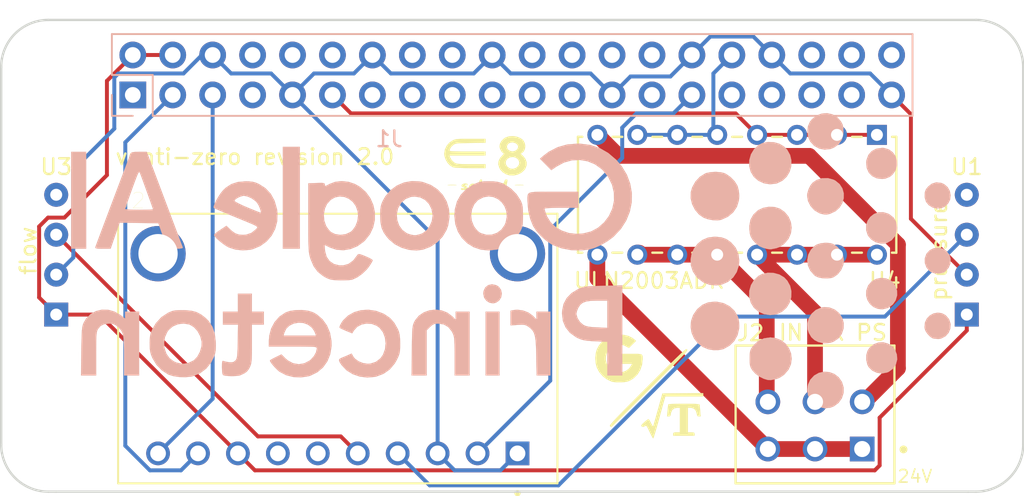
<source format=kicad_pcb>
(kicad_pcb (version 20171130) (host pcbnew "(5.1.6-0-10_14)")

  (general
    (thickness 1.6)
    (drawings 23)
    (tracks 101)
    (zones 0)
    (modules 13)
    (nets 14)
  )

  (page A4)
  (title_block
    (title Venti)
    (date 2021-03-31)
    (rev 1.0)
    (comment 2 "Copyright 2021 Google LLC")
    (comment 3 "License: Apache 2.0")
    (comment 4 "Author: Daniel Suo")
  )

  (layers
    (0 F.Cu signal)
    (31 B.Cu signal)
    (32 B.Adhes user hide)
    (33 F.Adhes user hide)
    (34 B.Paste user hide)
    (35 F.Paste user hide)
    (36 B.SilkS user hide)
    (37 F.SilkS user hide)
    (38 B.Mask user hide)
    (39 F.Mask user hide)
    (40 Dwgs.User user hide)
    (41 Cmts.User user hide)
    (42 Eco1.User user hide)
    (43 Eco2.User user hide)
    (44 Edge.Cuts user)
    (45 Margin user hide)
    (46 B.CrtYd user)
    (47 F.CrtYd user)
    (48 B.Fab user hide)
    (49 F.Fab user hide)
  )

  (setup
    (last_trace_width 0.25)
    (user_trace_width 1)
    (trace_clearance 0.2)
    (zone_clearance 0.508)
    (zone_45_only no)
    (trace_min 0.2)
    (via_size 0.8)
    (via_drill 0.4)
    (via_min_size 0.4)
    (via_min_drill 0.3)
    (uvia_size 0.3)
    (uvia_drill 0.1)
    (uvias_allowed no)
    (uvia_min_size 0.2)
    (uvia_min_drill 0.1)
    (edge_width 0.15)
    (segment_width 0.2)
    (pcb_text_width 0.3)
    (pcb_text_size 1.5 1.5)
    (mod_edge_width 0.15)
    (mod_text_size 1 1)
    (mod_text_width 0.15)
    (pad_size 1.524 1.524)
    (pad_drill 0.762)
    (pad_to_mask_clearance 0.051)
    (solder_mask_min_width 0.25)
    (aux_axis_origin 0 0)
    (grid_origin 121.032 94.568)
    (visible_elements FFFFFF7F)
    (pcbplotparams
      (layerselection 0x3c020_7ffffffe)
      (usegerberextensions false)
      (usegerberattributes false)
      (usegerberadvancedattributes false)
      (creategerberjobfile false)
      (excludeedgelayer true)
      (linewidth 0.150000)
      (plotframeref false)
      (viasonmask false)
      (mode 1)
      (useauxorigin true)
      (hpglpennumber 1)
      (hpglpenspeed 20)
      (hpglpendiameter 15.000000)
      (psnegative false)
      (psa4output false)
      (plotreference true)
      (plotvalue true)
      (plotinvisibletext false)
      (padsonsilk false)
      (subtractmaskfromsilk false)
      (outputformat 1)
      (mirror false)
      (drillshape 0)
      (scaleselection 1)
      (outputdirectory "gerber/"))
  )

  (net 0 "")
  (net 1 +5V)
  (net 2 /GPIO2_SDA1)
  (net 3 /GPIO3_SCL1)
  (net 4 GND)
  (net 5 /GPIO5)
  (net 6 /GPIO12)
  (net 7 /GPIO17)
  (net 8 +24V)
  (net 9 "Net-(U1-Pad3)")
  (net 10 "Net-(U2-Pad5)")
  (net 11 GND1)
  (net 12 "Net-(J2-Pad4)")
  (net 13 "Net-(J2-Pad6)")

  (net_class Default "This is the default net class."
    (clearance 0.2)
    (trace_width 0.25)
    (via_dia 0.8)
    (via_drill 0.4)
    (uvia_dia 0.3)
    (uvia_drill 0.1)
    (add_net +24V)
    (add_net +5V)
    (add_net /GPIO12)
    (add_net /GPIO17)
    (add_net /GPIO2_SDA1)
    (add_net /GPIO3_SCL1)
    (add_net /GPIO5)
    (add_net GND)
    (add_net GND1)
    (add_net "Net-(J2-Pad4)")
    (add_net "Net-(J2-Pad6)")
    (add_net "Net-(U1-Pad3)")
    (add_net "Net-(U2-Pad5)")
  )

  (module lib:google-ai-princeton (layer F.Cu) (tedit 609AA65B) (tstamp 609B3A3A)
    (at 148.972 107.395)
    (fp_text reference "" (at 1.016 -1.016) (layer F.SilkS)
      (effects (font (size 1.27 1.27) (thickness 0.15)))
    )
    (fp_text value "" (at 1.016 -1.016) (layer F.SilkS)
      (effects (font (size 1.27 1.27) (thickness 0.15)))
    )
    (fp_poly (pts (xy 20.568365 6.117279) (xy 20.267406 6.284871) (xy 20.019819 6.550994) (xy 20.014186 6.55943)
      (xy 19.881065 6.858743) (xy 19.832972 7.197317) (xy 19.870509 7.531394) (xy 19.994282 7.817217)
      (xy 19.996774 7.820878) (xy 20.258329 8.103713) (xy 20.575471 8.288714) (xy 20.924241 8.369119)
      (xy 21.280679 8.338163) (xy 21.515815 8.249744) (xy 21.814433 8.03155) (xy 22.023681 7.740924)
      (xy 22.13502 7.403391) (xy 22.139913 7.044473) (xy 22.034487 6.699221) (xy 21.826347 6.399043)
      (xy 21.551686 6.189101) (xy 21.234483 6.071053) (xy 20.898717 6.04656) (xy 20.568365 6.117279)) (layer B.SilkS) (width 0.01))
    (fp_poly (pts (xy 17.069521 3.923393) (xy 16.705298 4.093396) (xy 16.407696 4.364102) (xy 16.351832 4.438064)
      (xy 16.253202 4.59102) (xy 16.195769 4.729493) (xy 16.16864 4.897314) (xy 16.160924 5.138313)
      (xy 16.16075 5.207) (xy 16.165684 5.470998) (xy 16.187762 5.6523) (xy 16.237895 5.795057)
      (xy 16.326999 5.943419) (xy 16.351673 5.979404) (xy 16.536159 6.178743) (xy 16.781876 6.355385)
      (xy 17.053486 6.492029) (xy 17.315647 6.571372) (xy 17.53302 6.576113) (xy 17.55775 6.569873)
      (xy 17.658752 6.547465) (xy 17.823864 6.517202) (xy 17.852168 6.512424) (xy 18.067657 6.432371)
      (xy 18.310968 6.270712) (xy 18.375768 6.21632) (xy 18.635093 5.914858) (xy 18.786486 5.578976)
      (xy 18.837206 5.227735) (xy 18.794513 4.880196) (xy 18.665665 4.555417) (xy 18.457922 4.27246)
      (xy 18.178543 4.050385) (xy 17.834787 3.90825) (xy 17.480035 3.864428) (xy 17.069521 3.923393)) (layer B.SilkS) (width 0.01))
    (fp_poly (pts (xy -8.552142 2.133542) (xy -8.987122 2.256404) (xy -9.371132 2.468761) (xy -9.683916 2.766339)
      (xy -9.779959 2.90099) (xy -9.875541 3.072618) (xy -9.923518 3.202238) (xy -9.920116 3.249783)
      (xy -9.838818 3.298165) (xy -9.676269 3.374936) (xy -9.493089 3.452932) (xy -9.115654 3.606489)
      (xy -9.003407 3.421914) (xy -8.794394 3.1918) (xy -8.515843 3.04402) (xy -8.197358 2.98154)
      (xy -7.868546 3.007328) (xy -7.559014 3.124348) (xy -7.373498 3.258604) (xy -7.162251 3.533143)
      (xy -7.034025 3.872663) (xy -6.989677 4.245305) (xy -7.030063 4.619211) (xy -7.15604 4.962521)
      (xy -7.321405 5.196291) (xy -7.608529 5.418331) (xy -7.951133 5.526825) (xy -8.133207 5.539153)
      (xy -8.430734 5.495855) (xy -8.714722 5.379961) (xy -8.944295 5.212474) (xy -9.056678 5.064667)
      (xy -9.147406 4.889219) (xy -9.383828 4.992116) (xy -9.587107 5.079016) (xy -9.774468 5.156709)
      (xy -9.794875 5.164928) (xy -9.917517 5.230111) (xy -9.95803 5.31183) (xy -9.915587 5.435635)
      (xy -9.789361 5.627081) (xy -9.779488 5.640748) (xy -9.473337 5.959519) (xy -9.085722 6.200191)
      (xy -8.641047 6.354817) (xy -8.163715 6.415447) (xy -7.67813 6.374135) (xy -7.58825 6.35442)
      (xy -7.121539 6.179923) (xy -6.726596 5.901435) (xy -6.408295 5.522919) (xy -6.273491 5.285449)
      (xy -6.173618 5.071868) (xy -6.111866 4.896901) (xy -6.079316 4.716347) (xy -6.067053 4.486002)
      (xy -6.0658 4.255835) (xy -6.073293 3.930345) (xy -6.098 3.690923) (xy -6.146206 3.497108)
      (xy -6.207338 3.344576) (xy -6.436475 2.935534) (xy -6.714261 2.62454) (xy -7.065743 2.384855)
      (xy -7.14392 2.344677) (xy -7.610286 2.173405) (xy -8.086445 2.104451) (xy -8.552142 2.133542)) (layer B.SilkS) (width 0.01))
    (fp_poly (pts (xy -12.70632 2.127038) (xy -13.07896 2.183325) (xy -13.349473 2.275927) (xy -13.736623 2.533732)
      (xy -14.047232 2.881294) (xy -14.269857 3.299327) (xy -14.393058 3.768539) (xy -14.4145 4.071291)
      (xy -14.4145 4.445) (xy -12.8905 4.445) (xy -12.41265 4.445286) (xy -12.046837 4.447019)
      (xy -11.778096 4.451507) (xy -11.591465 4.460058) (xy -11.471978 4.47398) (xy -11.404673 4.494584)
      (xy -11.374586 4.523176) (xy -11.366754 4.561066) (xy -11.3665 4.578278) (xy -11.418704 4.813942)
      (xy -11.557727 5.063475) (xy -11.757187 5.283181) (xy -11.824113 5.336199) (xy -12.165897 5.512718)
      (xy -12.523506 5.568721) (xy -12.87827 5.505918) (xy -13.21152 5.326017) (xy -13.361527 5.195413)
      (xy -13.614909 4.942032) (xy -13.982954 5.117941) (xy -14.172145 5.213996) (xy -14.304962 5.292181)
      (xy -14.351 5.333165) (xy -14.308346 5.431483) (xy -14.198356 5.583687) (xy -14.047987 5.758585)
      (xy -13.884192 5.924986) (xy -13.73393 6.051701) (xy -13.723925 6.058757) (xy -13.322868 6.265085)
      (xy -12.862104 6.383143) (xy -12.377221 6.408613) (xy -11.903806 6.33718) (xy -11.76861 6.295957)
      (xy -11.329823 6.080895) (xy -10.968416 5.772702) (xy -10.692386 5.384619) (xy -10.509727 4.929885)
      (xy -10.428436 4.421741) (xy -10.432601 4.083663) (xy -10.494238 3.7465) (xy -11.421441 3.7465)
      (xy -13.475767 3.7465) (xy -13.432426 3.571875) (xy -13.30811 3.309118) (xy -13.098479 3.111312)
      (xy -12.829706 2.982584) (xy -12.527964 2.927063) (xy -12.219427 2.948879) (xy -11.930269 3.052159)
      (xy -11.686662 3.241032) (xy -11.645297 3.289967) (xy -11.537 3.453409) (xy -11.466393 3.603625)
      (xy -11.421441 3.7465) (xy -10.494238 3.7465) (xy -10.52699 3.567343) (xy -10.721907 3.103284)
      (xy -11.006831 2.70774) (xy -11.371237 2.396961) (xy -11.611027 2.263722) (xy -11.925249 2.166906)
      (xy -12.306048 2.121455) (xy -12.70632 2.127038)) (layer B.SilkS) (width 0.01))
    (fp_poly (pts (xy -20.176255 2.133556) (xy -20.392297 2.150124) (xy -20.565729 2.18856) (xy -20.738657 2.256406)
      (xy -20.838194 2.303766) (xy -21.255479 2.578429) (xy -21.598649 2.953793) (xy -21.832386 3.357879)
      (xy -21.920087 3.573446) (xy -21.970404 3.77819) (xy -21.992517 4.022371) (xy -21.996124 4.2545)
      (xy -21.98844 4.556548) (xy -21.959323 4.785201) (xy -21.898552 4.993564) (xy -21.815929 5.190964)
      (xy -21.562957 5.608851) (xy -21.22218 5.960443) (xy -20.820339 6.218791) (xy -20.775655 6.239427)
      (xy -20.477177 6.330662) (xy -20.108551 6.383269) (xy -19.721549 6.394174) (xy -19.367944 6.360306)
      (xy -19.23736 6.330733) (xy -18.781996 6.138337) (xy -18.39325 5.843196) (xy -18.084673 5.457946)
      (xy -17.901484 5.085038) (xy -17.832789 4.873235) (xy -17.79593 4.665475) (xy -17.785438 4.415232)
      (xy -17.792247 4.155694) (xy -17.795566 4.128342) (xy -18.692599 4.128342) (xy -18.698793 4.434479)
      (xy -18.801041 4.784036) (xy -18.964078 5.085825) (xy -19.167798 5.304887) (xy -19.220125 5.34103)
      (xy -19.574219 5.504665) (xy -19.921756 5.546322) (xy -20.282201 5.46677) (xy -20.457527 5.389771)
      (xy -20.732778 5.185861) (xy -20.931183 4.90372) (xy -21.048537 4.56929) (xy -21.080635 4.208513)
      (xy -21.02327 3.847333) (xy -20.872238 3.511693) (xy -20.782127 3.387321) (xy -20.521161 3.164605)
      (xy -20.194153 3.026207) (xy -19.837431 2.981279) (xy -19.487322 3.038978) (xy -19.451008 3.051894)
      (xy -19.17732 3.217715) (xy -18.947616 3.474587) (xy -18.780006 3.789224) (xy -18.692599 4.128342)
      (xy -17.795566 4.128342) (xy -17.85597 3.630617) (xy -18.002545 3.19278) (xy -18.237736 2.828497)
      (xy -18.434745 2.629957) (xy -18.728983 2.403604) (xy -19.016552 2.254502) (xy -19.336408 2.169169)
      (xy -19.727509 2.134121) (xy -19.8755 2.131314) (xy -20.176255 2.133556)) (layer B.SilkS) (width 0.01))
    (fp_poly (pts (xy -16.383 2.2225) (xy -17.3355 2.2225) (xy -17.3355 3.048) (xy -16.374637 3.048)
      (xy -16.394693 4.121019) (xy -16.403433 4.519727) (xy -16.414118 4.81162) (xy -16.429177 5.016884)
      (xy -16.451038 5.155703) (xy -16.482128 5.248263) (xy -16.524876 5.314747) (xy -16.540453 5.332754)
      (xy -16.659693 5.426071) (xy -16.814753 5.452116) (xy -16.921453 5.445285) (xy -17.114663 5.416262)
      (xy -17.267107 5.377884) (xy -17.287875 5.369757) (xy -17.345863 5.356261) (xy -17.379328 5.395793)
      (xy -17.394837 5.511885) (xy -17.398958 5.728067) (xy -17.399 5.767958) (xy -17.388972 6.017358)
      (xy -17.361573 6.191403) (xy -17.326842 6.2601) (xy -17.198273 6.297526) (xy -16.987128 6.319605)
      (xy -16.736949 6.325958) (xy -16.491277 6.316208) (xy -16.29365 6.289978) (xy -16.22425 6.269668)
      (xy -15.97391 6.15309) (xy -15.8083 6.032887) (xy -15.688628 5.875915) (xy -15.627185 5.759527)
      (xy -15.580384 5.652751) (xy -15.545957 5.539944) (xy -15.522036 5.400159) (xy -15.506751 5.212448)
      (xy -15.498235 4.955864) (xy -15.494619 4.609459) (xy -15.494 4.266201) (xy -15.494 3.048)
      (xy -14.732 3.048) (xy -14.732 2.2225) (xy -15.494 2.2225) (xy -15.494 1.0795)
      (xy -16.383 1.0795) (xy -16.383 2.2225)) (layer B.SilkS) (width 0.01))
    (fp_poly (pts (xy 6.842125 0.584243) (xy 6.415265 0.595241) (xy 6.093357 0.606863) (xy 5.854372 0.621906)
      (xy 5.676282 0.643164) (xy 5.537058 0.673431) (xy 5.414671 0.715501) (xy 5.287091 0.772168)
      (xy 5.260256 0.784907) (xy 4.837058 1.043476) (xy 4.525273 1.362769) (xy 4.324195 1.743852)
      (xy 4.233124 2.187789) (xy 4.227091 2.3495) (xy 4.284492 2.81675) (xy 4.453962 3.226429)
      (xy 4.731396 3.572278) (xy 5.112693 3.84804) (xy 5.257857 3.921329) (xy 5.436786 3.993551)
      (xy 5.626063 4.043832) (xy 5.859286 4.077997) (xy 6.170048 4.10187) (xy 6.353232 4.111227)
      (xy 7.112 4.146186) (xy 7.112 6.2865) (xy 8.0645 6.2865) (xy 8.0645 1.524)
      (xy 7.112 1.524) (xy 7.112 3.255147) (xy 6.454388 3.2259) (xy 6.127342 3.206265)
      (xy 5.895522 3.177599) (xy 5.727193 3.133854) (xy 5.590617 3.068983) (xy 5.572149 3.057825)
      (xy 5.369042 2.877706) (xy 5.216789 2.640376) (xy 5.145435 2.395225) (xy 5.1435 2.353248)
      (xy 5.171842 2.211472) (xy 5.242372 2.026427) (xy 5.267333 1.974708) (xy 5.387975 1.790954)
      (xy 5.546124 1.662171) (xy 5.763581 1.580195) (xy 6.062148 1.536861) (xy 6.463626 1.524002)
      (xy 6.470722 1.524) (xy 7.112 1.524) (xy 8.0645 1.524) (xy 8.0645 0.555069)
      (xy 6.842125 0.584243)) (layer B.SilkS) (width 0.01))
    (fp_poly (pts (xy 1.182135 2.121675) (xy 0.9525 2.164754) (xy 0.9525 3.101706) (xy 1.412875 3.068358)
      (xy 1.664367 3.055221) (xy 1.832487 3.065215) (xy 1.959872 3.105646) (xy 2.089163 3.183819)
      (xy 2.089977 3.184379) (xy 2.241761 3.301046) (xy 2.35854 3.427634) (xy 2.445197 3.582415)
      (xy 2.506617 3.783659) (xy 2.547684 4.049639) (xy 2.573284 4.398625) (xy 2.588299 4.848888)
      (xy 2.592481 5.064125) (xy 2.613211 6.2865) (xy 3.4925 6.2865) (xy 3.4925 2.2225)
      (xy 2.6035 2.2225) (xy 2.6035 2.715558) (xy 2.364992 2.47705) (xy 2.088484 2.279274)
      (xy 1.745685 2.14993) (xy 1.385353 2.103668) (xy 1.182135 2.121675)) (layer B.SilkS) (width 0.01))
    (fp_poly (pts (xy -0.635 6.2865) (xy 0.254 6.2865) (xy 0.254 2.2225) (xy -0.635 2.2225)
      (xy -0.635 6.2865)) (layer B.SilkS) (width 0.01))
    (fp_poly (pts (xy -4.203153 2.142323) (xy -4.562931 2.270171) (xy -4.873333 2.480331) (xy -5.109983 2.769658)
      (xy -5.140022 2.824342) (xy -5.190315 2.925599) (xy -5.22921 3.021584) (xy -5.258421 3.130067)
      (xy -5.27966 3.268818) (xy -5.294642 3.455604) (xy -5.305081 3.708197) (xy -5.312689 4.044366)
      (xy -5.319181 4.481881) (xy -5.322149 4.7129) (xy -5.342049 6.2865) (xy -4.3815 6.2865)
      (xy -4.3815 3.4163) (xy -4.1656 3.2004) (xy -4.010663 3.064628) (xy -3.86468 3.001357)
      (xy -3.663851 2.984616) (xy -3.63524 2.9845) (xy -3.290381 3.039592) (xy -3.007357 3.205363)
      (xy -2.785013 3.482554) (xy -2.746375 3.554092) (xy -2.696594 3.660374) (xy -2.65991 3.767555)
      (xy -2.634337 3.896563) (xy -2.617893 4.068327) (xy -2.608594 4.303774) (xy -2.604458 4.623832)
      (xy -2.6035 5.049429) (xy -2.6035 6.2865) (xy -1.651 6.2865) (xy -1.651 2.2225)
      (xy -2.54 2.2225) (xy -2.54 2.734733) (xy -2.757778 2.516955) (xy -3.071311 2.284103)
      (xy -3.432968 2.146144) (xy -3.818374 2.099932) (xy -4.203153 2.142323)) (layer B.SilkS) (width 0.01))
    (fp_poly (pts (xy -25.408421 2.188801) (xy -25.748759 2.375672) (xy -26.029637 2.655144) (xy -26.188466 2.921)
      (xy -26.230488 3.021147) (xy -26.263066 3.129417) (xy -26.287702 3.263707) (xy -26.305898 3.441916)
      (xy -26.319154 3.681942) (xy -26.328971 4.001683) (xy -26.336851 4.419038) (xy -26.341585 4.746625)
      (xy -26.36242 6.2865) (xy -25.4 6.2865) (xy -25.399762 4.905375) (xy -25.398864 4.44704)
      (xy -25.395374 4.097454) (xy -25.387835 3.838371) (xy -25.374788 3.651546) (xy -25.354774 3.518732)
      (xy -25.326335 3.421684) (xy -25.288012 3.342155) (xy -25.272733 3.316292) (xy -25.11298 3.129798)
      (xy -24.896897 3.023544) (xy -24.597217 2.985167) (xy -24.540825 2.9845) (xy -24.330094 3.005791)
      (xy -24.156903 3.087181) (xy -24.0275 3.189882) (xy -23.897908 3.311756) (xy -23.799182 3.432967)
      (xy -23.727163 3.572556) (xy -23.677692 3.749559) (xy -23.646611 3.983018) (xy -23.629759 4.29197)
      (xy -23.62298 4.695455) (xy -23.622 5.04621) (xy -23.622 6.2865) (xy -22.6695 6.2865)
      (xy -22.6695 2.2225) (xy -23.5585 2.2225) (xy -23.5585 2.666161) (xy -23.845744 2.446902)
      (xy -24.227284 2.22358) (xy -24.62802 2.108775) (xy -25.028287 2.098508) (xy -25.408421 2.188801)) (layer B.SilkS) (width 0.01))
    (fp_poly (pts (xy 24.347119 4.188966) (xy 24.048129 4.303148) (xy 23.795344 4.5132) (xy 23.666109 4.703513)
      (xy 23.583035 4.977019) (xy 23.578245 5.291769) (xy 23.64807 5.592452) (xy 23.736265 5.760615)
      (xy 23.967171 5.982223) (xy 24.263169 6.116274) (xy 24.590726 6.155221) (xy 24.916307 6.091517)
      (xy 25.014487 6.048276) (xy 25.283837 5.846677) (xy 25.461738 5.579623) (xy 25.544124 5.273813)
      (xy 25.526928 4.955953) (xy 25.406083 4.652743) (xy 25.256067 4.461933) (xy 24.977613 4.264328)
      (xy 24.665788 4.174682) (xy 24.347119 4.188966)) (layer B.SilkS) (width 0.01))
    (fp_poly (pts (xy 13.515903 1.638199) (xy 13.158113 1.789053) (xy 12.842046 2.052096) (xy 12.813663 2.082949)
      (xy 12.57024 2.436272) (xy 12.437247 2.816102) (xy 12.407309 3.204101) (xy 12.473051 3.581931)
      (xy 12.627099 3.931254) (xy 12.862079 4.23373) (xy 13.170616 4.471022) (xy 13.545337 4.624791)
      (xy 13.85548 4.673707) (xy 14.195029 4.669044) (xy 14.468922 4.615489) (xy 14.493653 4.606569)
      (xy 14.883316 4.393427) (xy 15.187066 4.093584) (xy 15.394356 3.722556) (xy 15.494641 3.295861)
      (xy 15.502498 3.122146) (xy 15.486172 2.873277) (xy 15.446191 2.641614) (xy 15.411714 2.53008)
      (xy 15.193224 2.16533) (xy 14.885795 1.879926) (xy 14.508117 1.685798) (xy 14.078879 1.594878)
      (xy 13.93825 1.589514) (xy 13.515903 1.638199)) (layer B.SilkS) (width 0.01))
    (fp_poly (pts (xy 20.709201 1.966291) (xy 20.370196 2.117041) (xy 20.103765 2.353677) (xy 19.921065 2.652944)
      (xy 19.83325 2.991585) (xy 19.851475 3.346344) (xy 19.931427 3.58775) (xy 20.085202 3.850358)
      (xy 20.28472 4.032509) (xy 20.52666 4.156828) (xy 20.897625 4.245308) (xy 21.278574 4.211522)
      (xy 21.499742 4.134082) (xy 21.803912 3.930578) (xy 22.019521 3.646649) (xy 22.135701 3.302333)
      (xy 22.144884 2.944547) (xy 22.047369 2.604572) (xy 21.851961 2.317225) (xy 21.582326 2.098632)
      (xy 21.262133 1.964919) (xy 20.915046 1.932212) (xy 20.709201 1.966291)) (layer B.SilkS) (width 0.01))
    (fp_poly (pts (xy 27.864811 2.337472) (xy 27.628641 2.461696) (xy 27.438155 2.653305) (xy 27.315092 2.903722)
      (xy 27.281189 3.204371) (xy 27.290291 3.294063) (xy 27.355651 3.470081) (xy 27.483622 3.656734)
      (xy 27.641988 3.818501) (xy 27.798532 3.919862) (xy 27.873424 3.937) (xy 28.021877 3.950572)
      (xy 28.077682 3.963242) (xy 28.196758 3.965154) (xy 28.343699 3.935159) (xy 28.617178 3.793734)
      (xy 28.815748 3.57255) (xy 28.928196 3.300318) (xy 28.943309 3.005746) (xy 28.849874 2.717545)
      (xy 28.831571 2.685957) (xy 28.630046 2.454875) (xy 28.387252 2.325485) (xy 28.124928 2.289209)
      (xy 27.864811 2.337472)) (layer B.SilkS) (width 0.01))
    (fp_poly (pts (xy 16.965562 -0.173985) (xy 16.737156 -0.059878) (xy 16.444919 0.207771) (xy 16.244446 0.538032)
      (xy 16.139555 0.905782) (xy 16.134065 1.285897) (xy 16.231793 1.653256) (xy 16.428195 1.972897)
      (xy 16.714189 2.219251) (xy 17.06748 2.37861) (xy 17.455075 2.441892) (xy 17.843979 2.400018)
      (xy 17.910648 2.380906) (xy 18.253835 2.212098) (xy 18.520512 1.961184) (xy 18.706421 1.650503)
      (xy 18.807304 1.302395) (xy 18.818903 0.939199) (xy 18.736958 0.583255) (xy 18.557212 0.256901)
      (xy 18.355898 0.045194) (xy 18.05267 -0.135748) (xy 17.694479 -0.234241) (xy 17.319415 -0.24781)
      (xy 16.965562 -0.173985)) (layer B.SilkS) (width 0.01))
    (fp_poly (pts (xy 24.206947 0.142322) (xy 23.925849 0.29851) (xy 23.711597 0.5396) (xy 23.69719 0.564276)
      (xy 23.577724 0.885013) (xy 23.567393 1.198531) (xy 23.650751 1.488231) (xy 23.812352 1.737512)
      (xy 24.036751 1.929774) (xy 24.308502 2.048417) (xy 24.612157 2.076841) (xy 24.932273 1.998445)
      (xy 25.001573 1.966131) (xy 25.270713 1.766017) (xy 25.450747 1.501443) (xy 25.539523 1.198887)
      (xy 25.534886 0.884822) (xy 25.434681 0.585724) (xy 25.236754 0.328068) (xy 25.141159 0.250552)
      (xy 24.845618 0.111604) (xy 24.523875 0.077773) (xy 24.206947 0.142322)) (layer B.SilkS) (width 0.01))
    (fp_poly (pts (xy -0.466063 0.536514) (xy -0.651992 0.684593) (xy -0.760517 0.914523) (xy -0.779318 1.082707)
      (xy -0.725406 1.33259) (xy -0.582658 1.53197) (xy -0.379552 1.660686) (xy -0.144566 1.698578)
      (xy 0.03175 1.656872) (xy 0.240315 1.509467) (xy 0.363407 1.303339) (xy 0.400513 1.070007)
      (xy 0.351119 0.84099) (xy 0.214712 0.647807) (xy 0.049895 0.543238) (xy -0.224757 0.484619)
      (xy -0.466063 0.536514)) (layer B.SilkS) (width 0.01))
    (fp_poly (pts (xy 13.506544 -2.48418) (xy 13.147292 -2.329006) (xy 12.849994 -2.092348) (xy 12.622067 -1.792433)
      (xy 12.470924 -1.447485) (xy 12.403982 -1.07573) (xy 12.428655 -0.695393) (xy 12.552359 -0.324698)
      (xy 12.782509 0.018128) (xy 12.850347 0.090188) (xy 13.205412 0.360931) (xy 13.607134 0.519017)
      (xy 14.036555 0.559485) (xy 14.40839 0.497927) (xy 14.797107 0.324075) (xy 15.111817 0.055689)
      (xy 15.341085 -0.29125) (xy 15.473477 -0.700761) (xy 15.502375 -1.031041) (xy 15.443037 -1.469031)
      (xy 15.269289 -1.851923) (xy 14.980844 -2.18034) (xy 14.968693 -2.190833) (xy 14.688573 -2.385048)
      (xy 14.382319 -2.496418) (xy 14.009512 -2.538391) (xy 13.920336 -2.539646) (xy 13.506544 -2.48418)) (layer B.SilkS) (width 0.01))
    (fp_poly (pts (xy -10.192877 -6.031112) (xy -10.553606 -5.895933) (xy -10.556875 -5.894096) (xy -10.729484 -5.799989)
      (xy -10.819454 -5.766431) (xy -10.853522 -5.789425) (xy -10.8585 -5.849039) (xy -10.868202 -5.91018)
      (xy -10.914107 -5.945783) (xy -11.02141 -5.960979) (xy -11.215307 -5.960897) (xy -11.382375 -5.955694)
      (xy -11.90625 -5.93725) (xy -11.90625 -3.7465) (xy -11.905978 -3.159205) (xy -11.904591 -2.683701)
      (xy -11.901228 -2.304782) (xy -11.895029 -2.007241) (xy -11.885134 -1.775871) (xy -11.870683 -1.595463)
      (xy -11.850816 -1.45081) (xy -11.824672 -1.326705) (xy -11.791392 -1.207942) (xy -11.756507 -1.098782)
      (xy -11.568616 -0.66031) (xy -11.316122 -0.316982) (xy -10.980365 -0.045545) (xy -10.849533 0.03144)
      (xy -10.668618 0.122349) (xy -10.502884 0.179668) (xy -10.310992 0.212252) (xy -10.051602 0.228956)
      (xy -9.906 0.233541) (xy -9.616933 0.234217) (xy -9.354152 0.222521) (xy -9.158695 0.200768)
      (xy -9.103659 0.188321) (xy -8.794037 0.046297) (xy -8.474665 -0.179429) (xy -8.18726 -0.456457)
      (xy -8.050184 -0.629971) (xy -7.927475 -0.816104) (xy -7.841325 -0.965717) (xy -7.811282 -1.042721)
      (xy -7.866397 -1.097337) (xy -8.011706 -1.180216) (xy -8.218364 -1.275372) (xy -8.268349 -1.296023)
      (xy -8.499486 -1.387079) (xy -8.641725 -1.432097) (xy -8.722953 -1.434942) (xy -8.771055 -1.399479)
      (xy -8.791442 -1.368519) (xy -9.048938 -1.030824) (xy -9.348141 -0.812783) (xy -9.688564 -0.714678)
      (xy -9.921927 -0.714381) (xy -10.275016 -0.80396) (xy -10.55171 -0.991784) (xy -10.74292 -1.268399)
      (xy -10.839556 -1.624349) (xy -10.844542 -1.67405) (xy -10.87322 -2.019866) (xy -10.532494 -1.851308)
      (xy -10.108325 -1.709548) (xy -9.65831 -1.680766) (xy -9.20486 -1.76047) (xy -8.770388 -1.944163)
      (xy -8.377308 -2.227351) (xy -8.302695 -2.298463) (xy -7.986664 -2.697337) (xy -7.778364 -3.140004)
      (xy -7.674599 -3.608417) (xy -7.673221 -3.878927) (xy -8.741833 -3.878927) (xy -8.788784 -3.525614)
      (xy -8.917845 -3.198743) (xy -9.111323 -2.935755) (xy -9.235593 -2.833985) (xy -9.543033 -2.698691)
      (xy -9.881338 -2.657813) (xy -10.210506 -2.711078) (xy -10.470113 -2.842418) (xy -10.597919 -2.972172)
      (xy -10.732507 -3.159282) (xy -10.781535 -3.243508) (xy -10.896528 -3.580823) (xy -10.91938 -3.957815)
      (xy -10.852297 -4.329145) (xy -10.71432 -4.624872) (xy -10.478449 -4.886628) (xy -10.20284 -5.04284)
      (xy -9.906354 -5.100641) (xy -9.607848 -5.067164) (xy -9.326182 -4.94954) (xy -9.080214 -4.7549)
      (xy -8.888803 -4.490377) (xy -8.770807 -4.163103) (xy -8.741833 -3.878927) (xy -7.673221 -3.878927)
      (xy -7.672172 -4.084533) (xy -7.767886 -4.550303) (xy -7.958544 -4.987682) (xy -8.240951 -5.378624)
      (xy -8.61191 -5.705083) (xy -8.939508 -5.893584) (xy -9.349726 -6.029927) (xy -9.77955 -6.075773)
      (xy -10.192877 -6.031112)) (layer B.SilkS) (width 0.01))
    (fp_poly (pts (xy 20.695612 -2.12404) (xy 20.435724 -2.046247) (xy 20.328621 -1.985519) (xy 20.055656 -1.712884)
      (xy 19.888495 -1.392712) (xy 19.827046 -1.047571) (xy 19.871218 -0.700031) (xy 20.020917 -0.372661)
      (xy 20.276051 -0.08803) (xy 20.336559 -0.040555) (xy 20.53347 0.048874) (xy 20.803393 0.101667)
      (xy 21.096746 0.114341) (xy 21.363946 0.083412) (xy 21.49475 0.040801) (xy 21.765917 -0.148924)
      (xy 21.98248 -0.424138) (xy 22.121065 -0.747232) (xy 22.160106 -1.029836) (xy 22.103802 -1.346474)
      (xy 21.954956 -1.646588) (xy 21.737351 -1.899745) (xy 21.474768 -2.07551) (xy 21.298414 -2.132535)
      (xy 20.999835 -2.155328) (xy 20.695612 -2.12404)) (layer B.SilkS) (width 0.01))
    (fp_poly (pts (xy 27.86669 -1.807318) (xy 27.610158 -1.678679) (xy 27.407529 -1.455488) (xy 27.400198 -1.443312)
      (xy 27.300382 -1.160062) (xy 27.306522 -0.86087) (xy 27.409838 -0.580726) (xy 27.601549 -0.354621)
      (xy 27.68853 -0.294357) (xy 27.93425 -0.209028) (xy 28.216002 -0.198793) (xy 28.478024 -0.261694)
      (xy 28.592653 -0.326104) (xy 28.814107 -0.561213) (xy 28.9333 -0.844433) (xy 28.943045 -1.147208)
      (xy 28.861709 -1.395148) (xy 28.674633 -1.63532) (xy 28.427433 -1.784699) (xy 28.148617 -1.842345)
      (xy 27.86669 -1.807318)) (layer B.SilkS) (width 0.01))
    (fp_poly (pts (xy 4.54642 -8.403581) (xy 3.940413 -8.232076) (xy 3.387339 -7.94552) (xy 3.048 -7.690943)
      (xy 2.82575 -7.501165) (xy 3.186463 -7.137061) (xy 3.547175 -6.772956) (xy 3.884963 -7.005074)
      (xy 4.355339 -7.257263) (xy 4.852854 -7.395665) (xy 5.358841 -7.421921) (xy 5.854631 -7.337671)
      (xy 6.321557 -7.144555) (xy 6.740951 -6.844213) (xy 6.84339 -6.745181) (xy 7.183683 -6.311341)
      (xy 7.41271 -5.835871) (xy 7.530125 -5.335519) (xy 7.535581 -4.827034) (xy 7.428732 -4.327166)
      (xy 7.20923 -3.852663) (xy 6.911497 -3.457253) (xy 6.516795 -3.108754) (xy 6.074869 -2.873344)
      (xy 5.574687 -2.746431) (xy 5.139601 -2.719782) (xy 4.657559 -2.776575) (xy 4.208983 -2.929965)
      (xy 3.814509 -3.167005) (xy 3.494771 -3.474749) (xy 3.270403 -3.84025) (xy 3.242058 -3.910319)
      (xy 3.171456 -4.108792) (xy 3.124048 -4.260778) (xy 3.1115 -4.320383) (xy 3.172671 -4.342879)
      (xy 3.346972 -4.360933) (xy 3.620587 -4.373763) (xy 3.979697 -4.380586) (xy 4.191 -4.3815)
      (xy 5.2705 -4.3815) (xy 5.2705 -5.3975) (xy 3.689794 -5.3975) (xy 3.187099 -5.398399)
      (xy 2.797151 -5.397528) (xy 2.505749 -5.389535) (xy 2.298689 -5.369069) (xy 2.161771 -5.330778)
      (xy 2.080793 -5.269311) (xy 2.041551 -5.179317) (xy 2.029844 -5.055444) (xy 2.031471 -4.89234)
      (xy 2.032939 -4.773182) (xy 2.079647 -4.217394) (xy 2.209031 -3.669987) (xy 2.388939 -3.223329)
      (xy 2.584614 -2.923237) (xy 2.86174 -2.610061) (xy 3.184118 -2.318545) (xy 3.515549 -2.083432)
      (xy 3.657916 -2.005333) (xy 4.207423 -1.800083) (xy 4.813589 -1.685858) (xy 5.440143 -1.667122)
      (xy 5.93725 -1.724924) (xy 6.303824 -1.832073) (xy 6.710093 -2.013525) (xy 7.113389 -2.246916)
      (xy 7.471041 -2.509882) (xy 7.526365 -2.557817) (xy 7.973768 -3.035278) (xy 8.312205 -3.563877)
      (xy 8.541249 -4.129521) (xy 8.660467 -4.718115) (xy 8.66943 -5.315566) (xy 8.567708 -5.90778)
      (xy 8.35487 -6.480664) (xy 8.030486 -7.020125) (xy 7.67521 -7.433411) (xy 7.166901 -7.865654)
      (xy 6.622975 -8.177608) (xy 6.03373 -8.373308) (xy 5.389464 -8.456793) (xy 5.207 -8.46062)
      (xy 4.54642 -8.403581)) (layer B.SilkS) (width 0.01))
    (fp_poly (pts (xy -0.705123 -6.059259) (xy -0.91675 -6.039479) (xy -1.096416 -5.994025) (xy -1.291572 -5.913008)
      (xy -1.410867 -5.855542) (xy -1.860459 -5.570865) (xy -2.207817 -5.211596) (xy -2.450639 -4.781516)
      (xy -2.586624 -4.284406) (xy -2.617119 -3.8735) (xy -2.55989 -3.344392) (xy -2.396673 -2.870223)
      (xy -2.140174 -2.460757) (xy -1.803099 -2.125758) (xy -1.398156 -1.874993) (xy -0.938049 -1.718225)
      (xy -0.435486 -1.665219) (xy 0.096828 -1.72574) (xy 0.15875 -1.740265) (xy 0.395388 -1.810987)
      (xy 0.619439 -1.897204) (xy 0.690574 -1.931105) (xy 0.947616 -2.110079) (xy 1.212791 -2.368184)
      (xy 1.449226 -2.665795) (xy 1.5875 -2.894985) (xy 1.661191 -3.054801) (xy 1.708054 -3.208466)
      (xy 1.733925 -3.391955) (xy 1.744641 -3.641242) (xy 1.74584 -3.814457) (xy 0.717105 -3.814457)
      (xy 0.646709 -3.452199) (xy 0.575298 -3.278096) (xy 0.370059 -2.988542) (xy 0.091577 -2.784666)
      (xy -0.23352 -2.673691) (xy -0.578605 -2.662839) (xy -0.917052 -2.759334) (xy -1.054495 -2.83601)
      (xy -1.178571 -2.951302) (xy -1.317474 -3.128781) (xy -1.382669 -3.230746) (xy -1.514072 -3.563557)
      (xy -1.549719 -3.92299) (xy -1.495073 -4.277631) (xy -1.355597 -4.596068) (xy -1.136756 -4.846888)
      (xy -1.09623 -4.877587) (xy -0.768271 -5.047258) (xy -0.441448 -5.103875) (xy -0.129662 -5.060743)
      (xy 0.153183 -4.931164) (xy 0.393185 -4.728443) (xy 0.576441 -4.465882) (xy 0.689049 -4.156786)
      (xy 0.717105 -3.814457) (xy 1.74584 -3.814457) (xy 1.74625 -3.8735) (xy 1.742408 -4.192776)
      (xy 1.727043 -4.421561) (xy 1.694402 -4.596234) (xy 1.63873 -4.753172) (xy 1.590828 -4.856094)
      (xy 1.336585 -5.245983) (xy 0.992046 -5.591602) (xy 0.593593 -5.85768) (xy 0.520478 -5.893695)
      (xy 0.314828 -5.979827) (xy 0.123288 -6.031173) (xy -0.1006 -6.056164) (xy -0.403296 -6.063229)
      (xy -0.414085 -6.063252) (xy -0.705123 -6.059259)) (layer B.SilkS) (width 0.01))
    (fp_poly (pts (xy -5.815881 -5.991839) (xy -6.275869 -5.7949) (xy -6.679 -5.497672) (xy -7.008684 -5.108702)
      (xy -7.168555 -4.826) (xy -7.250265 -4.635368) (xy -7.300127 -4.457085) (xy -7.325542 -4.248608)
      (xy -7.333907 -3.967391) (xy -7.334202 -3.8735) (xy -7.314099 -3.445264) (xy -7.244203 -3.100392)
      (xy -7.110018 -2.800252) (xy -6.897049 -2.506212) (xy -6.766244 -2.359806) (xy -6.407962 -2.061872)
      (xy -5.977169 -1.8398) (xy -5.506654 -1.703424) (xy -5.02921 -1.662578) (xy -4.619366 -1.715955)
      (xy -4.136195 -1.898484) (xy -3.712751 -2.179139) (xy -3.365844 -2.541752) (xy -3.112286 -2.970154)
      (xy -3.008369 -3.265319) (xy -2.926086 -3.798431) (xy -2.930346 -3.859665) (xy -4.001894 -3.859665)
      (xy -4.052712 -3.52984) (xy -4.188087 -3.217594) (xy -4.387455 -2.952425) (xy -4.630256 -2.76383)
      (xy -4.815019 -2.693178) (xy -4.964457 -2.658749) (xy -5.04825 -2.637273) (xy -5.184873 -2.63479)
      (xy -5.380939 -2.670811) (xy -5.57941 -2.733234) (xy -5.6515 -2.765286) (xy -5.927846 -2.97184)
      (xy -6.131106 -3.259609) (xy -6.251623 -3.599783) (xy -6.279744 -3.963554) (xy -6.205812 -4.322112)
      (xy -6.188219 -4.366798) (xy -5.988036 -4.705911) (xy -5.717366 -4.942581) (xy -5.384021 -5.071364)
      (xy -5.1435 -5.094654) (xy -4.784514 -5.036332) (xy -4.475512 -4.872488) (xy -4.231917 -4.619811)
      (xy -4.069156 -4.294989) (xy -4.002654 -3.914708) (xy -4.001894 -3.859665) (xy -2.930346 -3.859665)
      (xy -2.961479 -4.307136) (xy -3.105869 -4.777882) (xy -3.350579 -5.197115) (xy -3.686934 -5.551284)
      (xy -4.106255 -5.826836) (xy -4.599866 -6.01022) (xy -4.791696 -6.050657) (xy -5.315627 -6.079941)
      (xy -5.815881 -5.991839)) (layer B.SilkS) (width 0.01))
    (fp_poly (pts (xy -16.392741 -6.019941) (xy -16.802149 -5.888159) (xy -17.15562 -5.658428) (xy -17.338202 -5.482464)
      (xy -17.477622 -5.308442) (xy -17.620155 -5.093486) (xy -17.751115 -4.865495) (xy -17.855819 -4.65237)
      (xy -17.919582 -4.482012) (xy -17.927719 -4.382319) (xy -17.921779 -4.373682) (xy -17.851625 -4.337654)
      (xy -17.681587 -4.261498) (xy -17.429459 -4.152846) (xy -17.113033 -4.019332) (xy -16.750105 -3.868585)
      (xy -16.60525 -3.809006) (xy -16.140862 -3.618889) (xy -15.781635 -3.471209) (xy -15.515748 -3.358952)
      (xy -15.331384 -3.275107) (xy -15.216725 -3.212662) (xy -15.159951 -3.164602) (xy -15.149246 -3.123916)
      (xy -15.17279 -3.083591) (xy -15.218766 -3.036615) (xy -15.249906 -3.004788) (xy -15.532143 -2.781081)
      (xy -15.861529 -2.671593) (xy -16.071348 -2.657314) (xy -16.333478 -2.679126) (xy -16.547207 -2.753703)
      (xy -16.759191 -2.901778) (xy -16.891744 -3.02187) (xy -17.114738 -3.234725) (xy -17.510869 -2.9744)
      (xy -17.701885 -2.841677) (xy -17.842384 -2.730345) (xy -17.905783 -2.661743) (xy -17.907 -2.656419)
      (xy -17.85811 -2.56194) (xy -17.729231 -2.421173) (xy -17.547046 -2.25675) (xy -17.338239 -2.091302)
      (xy -17.129496 -1.947458) (xy -16.960476 -1.853673) (xy -16.544535 -1.721336) (xy -16.080815 -1.670627)
      (xy -15.621878 -1.70532) (xy -15.44772 -1.744989) (xy -14.970138 -1.940811) (xy -14.565749 -2.231147)
      (xy -14.243795 -2.60079) (xy -14.013516 -3.034529) (xy -13.884154 -3.517158) (xy -13.86495 -4.033466)
      (xy -13.873439 -4.09929) (xy -14.920886 -4.09929) (xy -14.9408 -4.064) (xy -15.006564 -4.087004)
      (xy -15.167542 -4.150148) (xy -15.401754 -4.244628) (xy -15.687223 -4.361644) (xy -15.78722 -4.402995)
      (xy -16.084297 -4.531688) (xy -16.332754 -4.649991) (xy -16.511551 -4.747074) (xy -16.599647 -4.812104)
      (xy -16.60525 -4.824083) (xy -16.550682 -4.909911) (xy -16.414726 -5.005351) (xy -16.239001 -5.088427)
      (xy -16.065127 -5.137162) (xy -16.00299 -5.142106) (xy -15.756069 -5.092778) (xy -15.489247 -4.967454)
      (xy -15.255175 -4.794373) (xy -15.160207 -4.690037) (xy -15.072854 -4.547035) (xy -14.995308 -4.376538)
      (xy -14.940381 -4.215104) (xy -14.920886 -4.09929) (xy -13.873439 -4.09929) (xy -13.898605 -4.29442)
      (xy -14.050779 -4.82591) (xy -14.295343 -5.270391) (xy -14.632172 -5.627685) (xy -15.039007 -5.886932)
      (xy -15.256948 -5.982248) (xy -15.456971 -6.035932) (xy -15.692573 -6.058797) (xy -15.906451 -6.062256)
      (xy -16.392741 -6.019941)) (layer B.SilkS) (width 0.01))
    (fp_poly (pts (xy 17.024011 -4.378276) (xy 16.709281 -4.232548) (xy 16.692237 -4.220829) (xy 16.398247 -3.949427)
      (xy 16.216055 -3.623995) (xy 16.141412 -3.235379) (xy 16.141914 -3.034862) (xy 16.167485 -2.767229)
      (xy 16.221356 -2.570271) (xy 16.320638 -2.388156) (xy 16.355991 -2.336362) (xy 16.5228 -2.144238)
      (xy 16.72024 -1.977699) (xy 16.79857 -1.928728) (xy 17.021065 -1.83311) (xy 17.260516 -1.766424)
      (xy 17.467567 -1.740319) (xy 17.55775 -1.749547) (xy 17.658742 -1.771342) (xy 17.823838 -1.801301)
      (xy 17.852168 -1.806076) (xy 18.067657 -1.886129) (xy 18.310968 -2.047788) (xy 18.375768 -2.10218)
      (xy 18.634103 -2.405846) (xy 18.785955 -2.751837) (xy 18.834261 -3.118002) (xy 18.781955 -3.482193)
      (xy 18.631972 -3.822262) (xy 18.387248 -4.116058) (xy 18.08099 -4.326423) (xy 17.756424 -4.428754)
      (xy 17.388578 -4.444858) (xy 17.024011 -4.378276)) (layer B.SilkS) (width 0.01))
    (fp_poly (pts (xy -13.5255 -1.778) (xy -12.446 -1.778) (xy -12.446 -8.255) (xy -13.5255 -8.255)
      (xy -13.5255 -1.778)) (layer B.SilkS) (width 0.01))
    (fp_poly (pts (xy -22.928907 -7.932858) (xy -23.086403 -7.915177) (xy -23.17147 -7.878827) (xy -23.208216 -7.826375)
      (xy -23.256912 -7.701084) (xy -23.342388 -7.477752) (xy -23.459355 -7.170401) (xy -23.602528 -6.793054)
      (xy -23.766618 -6.359731) (xy -23.946339 -5.884456) (xy -24.136403 -5.381249) (xy -24.331524 -4.864135)
      (xy -24.526414 -4.347133) (xy -24.715785 -3.844268) (xy -24.894352 -3.369559) (xy -25.056826 -2.937031)
      (xy -25.197921 -2.560704) (xy -25.312349 -2.254601) (xy -25.394823 -2.032743) (xy -25.440056 -1.909154)
      (xy -25.446913 -1.889125) (xy -25.449772 -1.833373) (xy -25.403775 -1.800028) (xy -25.285397 -1.783508)
      (xy -25.071111 -1.778228) (xy -24.97872 -1.778) (xy -24.479127 -1.778) (xy -24.193438 -2.604682)
      (xy -23.90775 -3.431364) (xy -21.44455 -3.39725) (xy -21.159486 -2.587625) (xy -20.874421 -1.778)
      (xy -20.368166 -1.778) (xy -20.103928 -1.783392) (xy -19.950116 -1.80136) (xy -19.890543 -1.834598)
      (xy -19.890886 -1.857375) (xy -19.918349 -1.930778) (xy -19.986215 -2.111434) (xy -20.09012 -2.38775)
      (xy -20.225703 -2.74813) (xy -20.388599 -3.18098) (xy -20.574445 -3.674706) (xy -20.778879 -4.217713)
      (xy -20.803327 -4.282642) (xy -21.7805 -4.282642) (xy -21.840211 -4.272528) (xy -22.0042 -4.264026)
      (xy -22.249744 -4.257857) (xy -22.554126 -4.254738) (xy -22.6695 -4.2545) (xy -22.988998 -4.257802)
      (xy -23.257558 -4.266871) (xy -23.45246 -4.280449) (xy -23.550988 -4.297281) (xy -23.5585 -4.303663)
      (xy -23.537671 -4.375737) (xy -23.479555 -4.54828) (xy -23.39071 -4.80257) (xy -23.277692 -5.119886)
      (xy -23.147057 -5.481504) (xy -23.119287 -5.557788) (xy -22.970703 -5.963759) (xy -22.858604 -6.262986)
      (xy -22.776525 -6.468242) (xy -22.717995 -6.592298) (xy -22.676546 -6.647926) (xy -22.645712 -6.647899)
      (xy -22.619023 -6.604987) (xy -22.605529 -6.57225) (xy -22.548556 -6.422161) (xy -22.46437 -6.194717)
      (xy -22.361058 -5.912365) (xy -22.246709 -5.597552) (xy -22.129411 -5.272724) (xy -22.017252 -4.960327)
      (xy -21.918322 -4.68281) (xy -21.840707 -4.462617) (xy -21.792497 -4.322196) (xy -21.7805 -4.282642)
      (xy -20.803327 -4.282642) (xy -20.997538 -4.798405) (xy -21.049778 -4.937125) (xy -22.179697 -7.9375)
      (xy -22.671804 -7.9375) (xy -22.928907 -7.932858)) (layer B.SilkS) (width 0.01))
    (fp_poly (pts (xy -26.9875 -1.778) (xy -26.035 -1.778) (xy -26.035 -7.9375) (xy -26.9875 -7.9375)
      (xy -26.9875 -1.778)) (layer B.SilkS) (width 0.01))
    (fp_poly (pts (xy 24.345178 -4.090121) (xy 24.066664 -3.984569) (xy 23.834559 -3.802142) (xy 23.664096 -3.55955)
      (xy 23.570508 -3.273499) (xy 23.56903 -2.960698) (xy 23.674894 -2.637854) (xy 23.69719 -2.596277)
      (xy 23.891064 -2.366774) (xy 24.159741 -2.198991) (xy 24.464525 -2.107665) (xy 24.766716 -2.10753)
      (xy 24.892 -2.141318) (xy 25.192955 -2.317541) (xy 25.407208 -2.578987) (xy 25.523507 -2.90872)
      (xy 25.541654 -3.11904) (xy 25.486151 -3.467062) (xy 25.321089 -3.751282) (xy 25.048643 -3.968274)
      (xy 24.980494 -4.003771) (xy 24.654866 -4.102091) (xy 24.345178 -4.090121)) (layer B.SilkS) (width 0.01))
    (fp_poly (pts (xy 13.682211 -6.646646) (xy 13.406432 -6.590159) (xy 13.348836 -6.569032) (xy 13.005954 -6.360941)
      (xy 12.719643 -6.059137) (xy 12.512199 -5.692194) (xy 12.419187 -5.377515) (xy 12.409116 -4.993552)
      (xy 12.503577 -4.60643) (xy 12.686949 -4.24734) (xy 12.943615 -3.947474) (xy 13.234677 -3.748957)
      (xy 13.505627 -3.652218) (xy 13.816116 -3.592885) (xy 14.115027 -3.577243) (xy 14.351246 -3.611578)
      (xy 14.351412 -3.611632) (xy 14.780943 -3.809674) (xy 15.116283 -4.087472) (xy 15.351166 -4.436666)
      (xy 15.479326 -4.848895) (xy 15.502428 -5.147559) (xy 15.472312 -5.47227) (xy 15.394582 -5.760855)
      (xy 15.380908 -5.793597) (xy 15.206776 -6.070083) (xy 14.953218 -6.330455) (xy 14.664925 -6.53168)
      (xy 14.564033 -6.580194) (xy 14.316489 -6.642173) (xy 14.004056 -6.664153) (xy 13.682211 -6.646646)) (layer B.SilkS) (width 0.01))
    (fp_poly (pts (xy 20.768225 -6.257624) (xy 20.417745 -6.146995) (xy 20.170481 -5.982454) (xy 20.025261 -5.796812)
      (xy 19.902708 -5.541918) (xy 19.827301 -5.275506) (xy 19.81479 -5.1435) (xy 19.874339 -4.802796)
      (xy 20.0376 -4.484982) (xy 20.281495 -4.220224) (xy 20.582945 -4.038689) (xy 20.687097 -4.003295)
      (xy 20.906865 -3.953305) (xy 21.079253 -3.95119) (xy 21.274298 -3.996429) (xy 21.282493 -3.998894)
      (xy 21.620905 -4.156436) (xy 21.878769 -4.386572) (xy 22.053961 -4.668126) (xy 22.144358 -4.979922)
      (xy 22.147839 -5.300785) (xy 22.062279 -5.60954) (xy 21.885558 -5.885012) (xy 21.615551 -6.106024)
      (xy 21.499742 -6.166083) (xy 21.140544 -6.265597) (xy 20.768225 -6.257624)) (layer B.SilkS) (width 0.01))
    (fp_poly (pts (xy 27.745464 -5.910231) (xy 27.519974 -5.735241) (xy 27.373609 -5.555619) (xy 27.302508 -5.363294)
      (xy 27.292409 -5.111827) (xy 27.299268 -5.0165) (xy 27.380033 -4.754764) (xy 27.553558 -4.544959)
      (xy 27.791776 -4.399906) (xy 28.066617 -4.332425) (xy 28.350014 -4.355338) (xy 28.556043 -4.44243)
      (xy 28.780957 -4.644177) (xy 28.909303 -4.896826) (xy 28.944996 -5.173614) (xy 28.891952 -5.447777)
      (xy 28.754087 -5.692554) (xy 28.535316 -5.881181) (xy 28.333069 -5.966332) (xy 28.024016 -5.998284)
      (xy 27.745464 -5.910231)) (layer B.SilkS) (width 0.01))
    (fp_poly (pts (xy 16.965562 -8.492485) (xy 16.737156 -8.378378) (xy 16.444919 -8.110729) (xy 16.244446 -7.780468)
      (xy 16.139555 -7.412718) (xy 16.134065 -7.032603) (xy 16.231793 -6.665244) (xy 16.428195 -6.345603)
      (xy 16.717762 -6.095267) (xy 17.073078 -5.935054) (xy 17.462381 -5.873724) (xy 17.853905 -5.920038)
      (xy 17.910648 -5.936743) (xy 18.2544 -6.106792) (xy 18.52134 -6.358732) (xy 18.707212 -6.67022)
      (xy 18.807757 -7.018911) (xy 18.818718 -7.382461) (xy 18.735837 -7.738526) (xy 18.554856 -8.064762)
      (xy 18.355898 -8.273306) (xy 18.05267 -8.454248) (xy 17.694479 -8.552741) (xy 17.319415 -8.56631)
      (xy 16.965562 -8.492485)) (layer B.SilkS) (width 0.01))
    (fp_poly (pts (xy 24.218529 -8.138346) (xy 23.92443 -7.985427) (xy 23.712582 -7.742284) (xy 23.593769 -7.418692)
      (xy 23.575249 -7.276569) (xy 23.603721 -6.918619) (xy 23.734913 -6.619624) (xy 23.952983 -6.393015)
      (xy 24.24209 -6.252225) (xy 24.586392 -6.210685) (xy 24.801696 -6.236653) (xy 25.079589 -6.351201)
      (xy 25.256287 -6.494451) (xy 25.449812 -6.774608) (xy 25.538042 -7.078783) (xy 25.529763 -7.384801)
      (xy 25.433759 -7.670488) (xy 25.258814 -7.913668) (xy 25.013714 -8.092165) (xy 24.707243 -8.183806)
      (xy 24.584097 -8.191263) (xy 24.218529 -8.138346)) (layer B.SilkS) (width 0.01))
    (fp_poly (pts (xy 20.737543 -10.36974) (xy 20.412162 -10.240528) (xy 20.124684 -10.012163) (xy 19.996774 -9.852879)
      (xy 19.871716 -9.568104) (xy 19.832901 -9.234423) (xy 19.879727 -8.895596) (xy 20.011588 -8.595379)
      (xy 20.014186 -8.591431) (xy 20.264338 -8.320708) (xy 20.578139 -8.146846) (xy 20.929784 -8.07656)
      (xy 21.293465 -8.116562) (xy 21.515815 -8.200754) (xy 21.821071 -8.414117) (xy 22.022448 -8.700519)
      (xy 22.119854 -9.0598) (xy 22.12975 -9.23925) (xy 22.116919 -9.4973) (xy 22.068018 -9.689342)
      (xy 21.967436 -9.874711) (xy 21.959315 -9.88707) (xy 21.711715 -10.158465) (xy 21.41026 -10.329108)
      (xy 21.077889 -10.3994) (xy 20.737543 -10.36974)) (layer B.SilkS) (width 0.01))
  )

  (module lib:g-dark (layer F.Cu) (tedit 0) (tstamp 609B3813)
    (at 158.624 114.38)
    (fp_text reference G*** (at 0 0) (layer F.SilkS) hide
      (effects (font (size 1.524 1.524) (thickness 0.3)))
    )
    (fp_text value LOGO (at 0.75 0) (layer F.SilkS) hide
      (effects (font (size 1.524 1.524) (thickness 0.3)))
    )
    (fp_poly (pts (xy 3.556 0.635) (xy 1.14628 0.635) (xy 1.087787 0.836083) (xy 1.06113 0.930083)
      (xy 1.015741 1.092767) (xy 0.955212 1.31115) (xy 0.883135 1.572244) (xy 0.803101 1.863065)
      (xy 0.718987 2.169583) (xy 0.637079 2.464361) (xy 0.560936 2.730559) (xy 0.49371 2.957773)
      (xy 0.438555 3.135599) (xy 0.398622 3.253633) (xy 0.377062 3.301469) (xy 0.375911 3.302)
      (xy 0.345782 3.266044) (xy 0.289279 3.168593) (xy 0.214969 3.025274) (xy 0.14517 2.881119)
      (xy 0.05816 2.697628) (xy -0.002283 2.579495) (xy -0.045614 2.515462) (xy -0.081289 2.494265)
      (xy -0.118764 2.504645) (xy -0.153073 2.52594) (xy -0.257774 2.567305) (xy -0.341675 2.554318)
      (xy -0.380519 2.491719) (xy -0.381 2.481429) (xy -0.35043 2.430631) (xy -0.272824 2.348241)
      (xy -0.169341 2.252846) (xy -0.06114 2.163035) (xy 0.030619 2.097395) (xy 0.082412 2.074333)
      (xy 0.11386 2.109565) (xy 0.168436 2.201942) (xy 0.234337 2.331481) (xy 0.234482 2.331784)
      (xy 0.297855 2.451558) (xy 0.348633 2.524083) (xy 0.376424 2.534718) (xy 0.377206 2.532867)
      (xy 0.393607 2.477898) (xy 0.429331 2.353112) (xy 0.481058 2.170278) (xy 0.545469 1.941161)
      (xy 0.619244 1.677528) (xy 0.679762 1.4605) (xy 0.962644 0.4445) (xy 2.259322 0.433304)
      (xy 3.556 0.422109) (xy 3.556 0.635)) (layer F.SilkS) (width 0.01))
    (fp_poly (pts (xy 2.662526 1.101792) (xy 2.916156 1.105452) (xy 3.100955 1.112068) (xy 3.224826 1.122064)
      (xy 3.295673 1.135861) (xy 3.321312 1.153583) (xy 3.332192 1.218424) (xy 3.346366 1.343893)
      (xy 3.361231 1.506158) (xy 3.365226 1.55575) (xy 3.392485 1.905) (xy 3.284242 1.905)
      (xy 3.213521 1.893954) (xy 3.174341 1.845594) (xy 3.149171 1.737088) (xy 3.147526 1.726935)
      (xy 3.085476 1.537261) (xy 2.971986 1.413351) (xy 2.809683 1.357689) (xy 2.75359 1.354666)
      (xy 2.582333 1.354666) (xy 2.582333 2.921) (xy 2.794 2.921) (xy 2.919622 2.924431)
      (xy 2.982291 2.941942) (xy 3.003661 2.984359) (xy 3.005666 3.026833) (xy 3.005666 3.132666)
      (xy 1.651 3.132666) (xy 1.651 3.026833) (xy 1.657862 2.964022) (xy 1.692885 2.932687)
      (xy 1.777719 2.922002) (xy 1.862666 2.921) (xy 2.074333 2.921) (xy 2.074333 1.354666)
      (xy 1.910709 1.354666) (xy 1.72482 1.388369) (xy 1.591566 1.488127) (xy 1.513252 1.651913)
      (xy 1.500445 1.71567) (xy 1.476879 1.833556) (xy 1.442577 1.889165) (xy 1.381748 1.904733)
      (xy 1.366019 1.905) (xy 1.259985 1.905) (xy 1.290571 1.534583) (xy 1.306385 1.3647)
      (xy 1.322449 1.227896) (xy 1.336123 1.145498) (xy 1.34041 1.132416) (xy 1.386436 1.123362)
      (xy 1.504988 1.115313) (xy 1.683927 1.108658) (xy 1.911115 1.103786) (xy 2.174413 1.101085)
      (xy 2.33216 1.100666) (xy 2.662526 1.101792)) (layer F.SilkS) (width 0.01))
    (fp_poly (pts (xy 2.514549 -2.368681) (xy 2.527858 -2.358618) (xy 2.538971 -2.343047) (xy 2.541376 -2.322177)
      (xy 2.531372 -2.292072) (xy 2.505257 -2.2488) (xy 2.459329 -2.188425) (xy 2.389888 -2.107013)
      (xy 2.293231 -2.000631) (xy 2.165656 -1.865343) (xy 2.003462 -1.697215) (xy 1.802947 -1.492314)
      (xy 1.56041 -1.246704) (xy 1.272149 -0.956453) (xy 0.934463 -0.617624) (xy 0.543649 -0.226285)
      (xy 0.168646 0.148853) (xy -0.207753 0.524974) (xy -0.566988 0.88332) (xy -0.904558 1.219438)
      (xy -1.215961 1.528875) (xy -1.496695 1.807178) (xy -1.74226 2.049893) (xy -1.948152 2.252567)
      (xy -2.10987 2.410746) (xy -2.222913 2.519977) (xy -2.282779 2.575807) (xy -2.291262 2.582333)
      (xy -2.336904 2.553746) (xy -2.373095 2.515907) (xy -2.377147 2.497825) (xy -2.365513 2.466858)
      (xy -2.334612 2.419241) (xy -2.280865 2.351214) (xy -2.200691 2.259011) (xy -2.090508 2.138871)
      (xy -1.946736 1.98703) (xy -1.765796 1.799725) (xy -1.544105 1.573193) (xy -1.278084 1.303671)
      (xy -0.964151 0.987396) (xy -0.598727 0.620606) (xy -0.17823 0.199536) (xy 0.012821 0.008436)
      (xy 0.452389 -0.430997) (xy 0.836113 -0.814162) (xy 1.16792 -1.144754) (xy 1.451738 -1.426471)
      (xy 1.691494 -1.663008) (xy 1.891115 -1.858063) (xy 2.05453 -2.015331) (xy 2.185665 -2.138509)
      (xy 2.288449 -2.231293) (xy 2.366808 -2.297379) (xy 2.42467 -2.340465) (xy 2.465962 -2.364247)
      (xy 2.494613 -2.37242) (xy 2.514549 -2.368681)) (layer F.SilkS) (width 0.01))
    (fp_poly (pts (xy -1.497874 -3.28305) (xy -1.206049 -3.216489) (xy -0.955969 -3.090649) (xy -0.855844 -3.015505)
      (xy -0.716855 -2.899719) (xy -0.944296 -2.675103) (xy -1.171738 -2.450487) (xy -1.379619 -2.562166)
      (xy -1.527171 -2.630653) (xy -1.659748 -2.659073) (xy -1.825322 -2.657516) (xy -1.831137 -2.657123)
      (xy -2.085616 -2.603126) (xy -2.296575 -2.487591) (xy -2.460585 -2.323549) (xy -2.574219 -2.124034)
      (xy -2.634049 -1.90208) (xy -2.636648 -1.670718) (xy -2.578589 -1.442982) (xy -2.456443 -1.231905)
      (xy -2.266782 -1.05052) (xy -2.255734 -1.042653) (xy -2.039724 -0.936441) (xy -1.803918 -0.896079)
      (xy -1.567053 -0.918007) (xy -1.347865 -0.998667) (xy -1.16509 -1.134501) (xy -1.063963 -1.269035)
      (xy -0.96825 -1.439334) (xy -1.778 -1.439334) (xy -1.778 -2.074334) (xy -1.062863 -2.074334)
      (xy -0.790965 -2.07432) (xy -0.592268 -2.070959) (xy -0.455323 -2.059275) (xy -0.368681 -2.034289)
      (xy -0.320892 -1.991025) (xy -0.300506 -1.924504) (xy -0.296074 -1.829749) (xy -0.296334 -1.741099)
      (xy -0.33422 -1.382847) (xy -0.44407 -1.05539) (xy -0.620175 -0.768586) (xy -0.856824 -0.532292)
      (xy -1.079175 -0.389694) (xy -1.201414 -0.334202) (xy -1.32477 -0.299056) (xy -1.476749 -0.278792)
      (xy -1.68486 -0.267943) (xy -1.693334 -0.267672) (xy -1.963778 -0.268765) (xy -2.176027 -0.289845)
      (xy -2.272277 -0.3126) (xy -2.566734 -0.450462) (xy -2.832501 -0.65532) (xy -3.051782 -0.910203)
      (xy -3.206782 -1.198144) (xy -3.210155 -1.206862) (xy -3.284323 -1.498238) (xy -3.304306 -1.820037)
      (xy -3.270125 -2.137642) (xy -3.209473 -2.350923) (xy -3.073857 -2.607393) (xy -2.877733 -2.8499)
      (xy -2.644474 -3.052985) (xy -2.465751 -3.160947) (xy -2.320806 -3.223415) (xy -2.177541 -3.262337)
      (xy -2.004228 -3.284494) (xy -1.843871 -3.293835) (xy -1.497874 -3.28305)) (layer F.SilkS) (width 0.01))
  )

  (module lib:in8 (layer F.Cu) (tedit 0) (tstamp 609B37B6)
    (at 148.337 100.156)
    (fp_text reference G*** (at 0 0) (layer F.SilkS) hide
      (effects (font (size 1.524 1.524) (thickness 0.3)))
    )
    (fp_text value LOGO (at 0.75 0) (layer F.SilkS) hide
      (effects (font (size 1.524 1.524) (thickness 0.3)))
    )
    (fp_poly (pts (xy -1.176515 1.327888) (xy -1.143 1.375833) (xy -1.165171 1.433477) (xy -1.223897 1.420287)
      (xy -1.261533 1.388533) (xy -1.302803 1.362702) (xy -1.312333 1.404762) (xy -1.276689 1.467868)
      (xy -1.224318 1.494808) (xy -1.156929 1.540361) (xy -1.150235 1.616162) (xy -1.174191 1.682005)
      (xy -1.237815 1.714705) (xy -1.335036 1.727075) (xy -1.450036 1.728169) (xy -1.526166 1.715415)
      (xy -1.536119 1.709436) (xy -1.567886 1.64966) (xy -1.527725 1.618885) (xy -1.439333 1.623483)
      (xy -1.341863 1.628668) (xy -1.315143 1.603688) (xy -1.364253 1.566428) (xy -1.418167 1.548949)
      (xy -1.505341 1.503539) (xy -1.524344 1.440733) (xy -1.484605 1.377001) (xy -1.395551 1.328809)
      (xy -1.2827 1.312333) (xy -1.176515 1.327888)) (layer F.SilkS) (width 0.01))
    (fp_poly (pts (xy -0.625269 1.359728) (xy -0.561758 1.440835) (xy -0.573575 1.555756) (xy -0.593997 1.598448)
      (xy -0.674488 1.689964) (xy -0.797517 1.726252) (xy -0.805845 1.727018) (xy -0.920271 1.72132)
      (xy -1.001347 1.690627) (xy -1.005598 1.686802) (xy -1.059447 1.586021) (xy -0.887532 1.586021)
      (xy -0.869148 1.637493) (xy -0.836083 1.640684) (xy -0.797401 1.59079) (xy -0.773119 1.491954)
      (xy -0.771837 1.478406) (xy -0.767249 1.385561) (xy -0.780328 1.366239) (xy -0.8201 1.409739)
      (xy -0.824754 1.415674) (xy -0.872285 1.503157) (xy -0.887532 1.586021) (xy -1.059447 1.586021)
      (xy -1.059911 1.585154) (xy -1.046296 1.478541) (xy -0.977864 1.386517) (xy -0.867727 1.32864)
      (xy -0.759646 1.319939) (xy -0.625269 1.359728)) (layer F.SilkS) (width 0.01))
    (fp_poly (pts (xy -0.236938 1.067699) (xy -0.219263 1.110657) (xy -0.22812 1.209493) (xy -0.232521 1.23825)
      (xy -0.272695 1.462528) (xy -0.312664 1.612856) (xy -0.356532 1.699839) (xy -0.408402 1.734084)
      (xy -0.424965 1.735667) (xy -0.492898 1.719819) (xy -0.508 1.698526) (xy -0.499227 1.641496)
      (xy -0.476111 1.5259) (xy -0.44346 1.375643) (xy -0.439907 1.359859) (xy -0.399968 1.200001)
      (xy -0.364526 1.107475) (xy -0.325333 1.065911) (xy -0.288019 1.058333) (xy -0.236938 1.067699)) (layer F.SilkS) (width 0.01))
    (fp_poly (pts (xy 0.007834 1.327463) (xy 0.041596 1.3892) (xy 0.050339 1.449917) (xy 0.063709 1.5875)
      (xy 0.138775 1.449917) (xy 0.206625 1.344119) (xy 0.24782 1.312539) (xy 0.256954 1.347435)
      (xy 0.228625 1.441069) (xy 0.1905 1.524) (xy 0.115742 1.65363) (xy 0.050405 1.718746)
      (xy -0.016943 1.735667) (xy -0.108805 1.703661) (xy -0.142651 1.640417) (xy -0.162817 1.521996)
      (xy -0.168755 1.42875) (xy -0.155127 1.342842) (xy -0.098234 1.313754) (xy -0.066182 1.312333)
      (xy 0.007834 1.327463)) (layer F.SilkS) (width 0.01))
    (fp_poly (pts (xy 0.699219 1.324082) (xy 0.771277 1.365951) (xy 0.778775 1.379653) (xy 0.784692 1.472453)
      (xy 0.720475 1.519837) (xy 0.678798 1.524) (xy 0.621695 1.502512) (xy 0.622734 1.439333)
      (xy 0.623954 1.369704) (xy 0.589333 1.358281) (xy 0.540057 1.40069) (xy 0.506952 1.463256)
      (xy 0.471315 1.576872) (xy 0.484652 1.629553) (xy 0.557483 1.635793) (xy 0.624417 1.625111)
      (xy 0.723681 1.609549) (xy 0.75466 1.618432) (xy 0.73164 1.657497) (xy 0.725066 1.665526)
      (xy 0.637118 1.716883) (xy 0.513614 1.734125) (xy 0.396851 1.715089) (xy 0.347133 1.684867)
      (xy 0.300243 1.585014) (xy 0.315298 1.467769) (xy 0.37375 1.382394) (xy 0.468452 1.33252)
      (xy 0.587609 1.31301) (xy 0.699219 1.324082)) (layer F.SilkS) (width 0.01))
    (fp_poly (pts (xy 1.358121 1.059324) (xy 1.382773 1.071918) (xy 1.390809 1.110546) (xy 1.382267 1.189641)
      (xy 1.357186 1.323635) (xy 1.31804 1.515095) (xy 1.285481 1.650874) (xy 1.252019 1.718111)
      (xy 1.206055 1.732252) (xy 1.16397 1.720282) (xy 1.121014 1.682203) (xy 1.116114 1.600731)
      (xy 1.125543 1.540281) (xy 1.138307 1.439401) (xy 1.12222 1.403295) (xy 1.095815 1.406539)
      (xy 1.053533 1.463727) (xy 1.041995 1.58131) (xy 1.035945 1.687553) (xy 1.00281 1.731124)
      (xy 0.973095 1.735667) (xy 0.885532 1.705154) (xy 0.844979 1.670133) (xy 0.815016 1.610632)
      (xy 0.828031 1.533007) (xy 0.860277 1.458466) (xy 0.923385 1.356951) (xy 0.999038 1.316518)
      (xy 1.052357 1.312333) (xy 1.143545 1.297537) (xy 1.187571 1.235857) (xy 1.20015 1.185333)
      (xy 1.237695 1.089439) (xy 1.307684 1.058548) (xy 1.316814 1.058333) (xy 1.358121 1.059324)) (layer F.SilkS) (width 0.01))
    (fp_poly (pts (xy 1.547494 1.592941) (xy 1.557811 1.65094) (xy 1.518595 1.707594) (xy 1.470597 1.727701)
      (xy 1.41034 1.712103) (xy 1.397 1.654104) (xy 1.424891 1.581729) (xy 1.484771 1.566333)
      (xy 1.547494 1.592941)) (layer F.SilkS) (width 0.01))
    (fp_poly (pts (xy -1.975736 1.404052) (xy -1.892871 1.408177) (xy -1.84403 1.414109) (xy -1.872119 1.418962)
      (xy -1.969401 1.422253) (xy -2.128142 1.423498) (xy -2.137833 1.423498) (xy -2.296991 1.422264)
      (xy -2.392566 1.419024) (xy -2.417697 1.414259) (xy -2.365523 1.408453) (xy -2.358538 1.408003)
      (xy -2.171804 1.401974) (xy -1.975736 1.404052)) (layer F.SilkS) (width 0.01))
    (fp_poly (pts (xy 2.29993 1.404052) (xy 2.382796 1.408177) (xy 2.431636 1.414109) (xy 2.403548 1.418962)
      (xy 2.306265 1.422253) (xy 2.147524 1.423498) (xy 2.137833 1.423498) (xy 1.978675 1.422264)
      (xy 1.8831 1.419024) (xy 1.857969 1.414259) (xy 1.910144 1.408453) (xy 1.917129 1.408003)
      (xy 2.103862 1.401974) (xy 2.29993 1.404052)) (layer F.SilkS) (width 0.01))
    (fp_poly (pts (xy 1.974861 -1.665121) (xy 2.195177 -1.583504) (xy 2.36976 -1.458174) (xy 2.407886 -1.415053)
      (xy 2.495027 -1.249318) (xy 2.525777 -1.063231) (xy 2.502201 -0.880953) (xy 2.426368 -0.726647)
      (xy 2.342209 -0.647497) (xy 2.23664 -0.578326) (xy 2.367197 -0.45631) (xy 2.528686 -0.259385)
      (xy 2.609893 -0.050263) (xy 2.609936 0.163072) (xy 2.527931 0.372638) (xy 2.468306 0.458245)
      (xy 2.280489 0.630243) (xy 2.046217 0.747257) (xy 1.787437 0.8042) (xy 1.526095 0.795984)
      (xy 1.305169 0.727885) (xy 1.098329 0.602244) (xy 0.949735 0.440778) (xy 0.884495 0.32977)
      (xy 0.81379 0.110968) (xy 0.824868 -0.064864) (xy 1.280312 -0.064864) (xy 1.289943 0.089511)
      (xy 1.375513 0.237988) (xy 1.393743 0.257256) (xy 1.550497 0.359884) (xy 1.727758 0.38838)
      (xy 1.905078 0.342714) (xy 2.027523 0.258182) (xy 2.125145 0.124011) (xy 2.150655 -0.014099)
      (xy 2.115168 -0.144548) (xy 2.029799 -0.255737) (xy 1.905667 -0.336069) (xy 1.753885 -0.373943)
      (xy 1.585571 -0.357761) (xy 1.477746 -0.315473) (xy 1.34384 -0.206179) (xy 1.280312 -0.064864)
      (xy 0.824868 -0.064864) (xy 0.827187 -0.101659) (xy 0.924225 -0.306128) (xy 1.0704 -0.470457)
      (xy 1.147985 -0.547849) (xy 1.16564 -0.590743) (xy 1.130448 -0.616385) (xy 1.130357 -0.61642)
      (xy 1.042882 -0.685994) (xy 0.962395 -0.808346) (xy 0.905776 -0.952167) (xy 0.896841 -1.011781)
      (xy 1.354663 -1.011781) (xy 1.39066 -0.890854) (xy 1.466209 -0.807406) (xy 1.58846 -0.744285)
      (xy 1.7145 -0.719667) (xy 1.847142 -0.746617) (xy 1.962791 -0.807406) (xy 2.056707 -0.921431)
      (xy 2.075961 -1.043103) (xy 2.027311 -1.156847) (xy 1.917515 -1.247093) (xy 1.753333 -1.298267)
      (xy 1.749536 -1.298785) (xy 1.589247 -1.289941) (xy 1.463585 -1.228025) (xy 1.382181 -1.129739)
      (xy 1.354663 -1.011781) (xy 0.896841 -1.011781) (xy 0.889 -1.064087) (xy 0.926335 -1.233023)
      (xy 1.026434 -1.402269) (xy 1.171437 -1.546288) (xy 1.269754 -1.608542) (xy 1.489125 -1.681554)
      (xy 1.731835 -1.699109) (xy 1.974861 -1.665121)) (layer F.SilkS) (width 0.01))
    (fp_poly (pts (xy 0 -1.274503) (xy -0.945154 -1.261668) (xy -1.251917 -1.257221) (xy -1.486092 -1.252441)
      (xy -1.659752 -1.246033) (xy -1.784967 -1.236702) (xy -1.873812 -1.22315) (xy -1.938359 -1.204083)
      (xy -1.99068 -1.178204) (xy -2.042848 -1.144218) (xy -2.043494 -1.143776) (xy -2.190408 -1.010865)
      (xy -2.272636 -0.864432) (xy -2.286 -0.781175) (xy -2.27544 -0.762544) (xy -2.237874 -0.747993)
      (xy -2.164468 -0.737048) (xy -2.046392 -0.729233) (xy -1.874814 -0.724072) (xy -1.640902 -0.721091)
      (xy -1.335824 -0.719815) (xy -1.143 -0.719667) (xy 0 -0.719667) (xy 0 -0.465667)
      (xy -2.291706 -0.465667) (xy -2.264197 -0.370417) (xy -2.16712 -0.180327) (xy -2.003741 -0.027912)
      (xy -1.946632 0.006289) (xy -1.888949 0.032735) (xy -1.81978 0.052551) (xy -1.726741 0.066666)
      (xy -1.597446 0.076007) (xy -1.41951 0.081501) (xy -1.180548 0.084077) (xy -0.900244 0.084667)
      (xy 0 0.084667) (xy 0 0.338667) (xy -0.963083 0.335446) (xy -1.348177 0.33162)
      (xy -1.654814 0.323035) (xy -1.88125 0.309774) (xy -2.025739 0.291924) (xy -2.066178 0.281498)
      (xy -2.251226 0.173393) (xy -2.412864 0.002613) (xy -2.537307 -0.209398) (xy -2.610768 -0.441196)
      (xy -2.624667 -0.587224) (xy -2.584343 -0.844685) (xy -2.471402 -1.083745) (xy -2.297889 -1.285227)
      (xy -2.103569 -1.416765) (xy -2.031134 -1.451561) (xy -1.963549 -1.477878) (xy -1.888022 -1.496901)
      (xy -1.791762 -1.509812) (xy -1.661977 -1.517794) (xy -1.485878 -1.522031) (xy -1.250671 -1.523705)
      (xy -0.944188 -1.524) (xy 0 -1.524) (xy 0 -1.274503)) (layer F.SilkS) (width 0.01))
  )

  (module lib:ULN2003A (layer F.Cu) (tedit 609AA1BF) (tstamp 609AAC4E)
    (at 173.229 98.378 270)
    (path /60660A2B)
    (fp_text reference U4 (at 9.271 -0.508 180) (layer F.SilkS)
      (effects (font (size 1 1) (thickness 0.15)))
    )
    (fp_text value ULN2003ADR (at 9.271 14.478 180) (layer F.SilkS)
      (effects (font (size 1 1) (thickness 0.15)))
    )
    (fp_line (start 7.62 18.669) (end 8.509 18.669) (layer F.CrtYd) (width 0.1524))
    (fp_line (start 7.62 19.1389) (end 7.62 18.669) (layer F.CrtYd) (width 0.1524))
    (fp_line (start 0 19.1389) (end 7.62 19.1389) (layer F.CrtYd) (width 0.1524))
    (fp_line (start 0 18.669) (end 0 19.1389) (layer F.CrtYd) (width 0.1524))
    (fp_line (start -0.889 18.669) (end 0 18.669) (layer F.CrtYd) (width 0.1524))
    (fp_line (start -0.889 -0.889) (end -0.889 18.669) (layer F.CrtYd) (width 0.1524))
    (fp_line (start 0 -0.889) (end -0.889 -0.889) (layer F.CrtYd) (width 0.1524))
    (fp_line (start 0 -1.3589) (end 0 -0.889) (layer F.CrtYd) (width 0.1524))
    (fp_line (start 7.62 -1.3589) (end 0 -1.3589) (layer F.CrtYd) (width 0.1524))
    (fp_line (start 7.62 -0.889) (end 7.62 -1.3589) (layer F.CrtYd) (width 0.1524))
    (fp_line (start 8.509 -0.889) (end 7.62 -0.889) (layer F.CrtYd) (width 0.1524))
    (fp_line (start 8.509 18.669) (end 8.509 -0.889) (layer F.CrtYd) (width 0.1524))
    (fp_line (start 7.493 -0.95937) (end 7.493 -1.2319) (layer F.SilkS) (width 0.1524))
    (fp_line (start 7.493 1.58063) (end 7.493 0.95937) (layer F.SilkS) (width 0.1524))
    (fp_line (start 7.493 4.12063) (end 7.493 3.49937) (layer F.SilkS) (width 0.1524))
    (fp_line (start 7.493 6.66063) (end 7.493 6.03937) (layer F.SilkS) (width 0.1524))
    (fp_line (start 7.493 9.20063) (end 7.493 8.57937) (layer F.SilkS) (width 0.1524))
    (fp_line (start 7.493 11.74063) (end 7.493 11.11937) (layer F.SilkS) (width 0.1524))
    (fp_line (start 7.493 14.28063) (end 7.493 13.65937) (layer F.SilkS) (width 0.1524))
    (fp_line (start 7.493 16.82063) (end 7.493 16.19937) (layer F.SilkS) (width 0.1524))
    (fp_line (start 0.127 18.73937) (end 0.127 19.0119) (layer F.SilkS) (width 0.1524))
    (fp_line (start 0.127 16.19937) (end 0.127 16.82063) (layer F.SilkS) (width 0.1524))
    (fp_line (start 0.127 13.65937) (end 0.127 14.28063) (layer F.SilkS) (width 0.1524))
    (fp_line (start 0.127 11.11937) (end 0.127 11.74063) (layer F.SilkS) (width 0.1524))
    (fp_line (start 0.127 8.57937) (end 0.127 9.20063) (layer F.SilkS) (width 0.1524))
    (fp_line (start 0.127 6.03937) (end 0.127 6.66063) (layer F.SilkS) (width 0.1524))
    (fp_line (start 0.127 3.49937) (end 0.127 4.12063) (layer F.SilkS) (width 0.1524))
    (fp_line (start 0.127 0.96774) (end 0.127 1.58063) (layer F.SilkS) (width 0.1524))
    (fp_line (start 0.254 -1.1049) (end 0.254 18.8849) (layer F.Fab) (width 0.1524))
    (fp_line (start 7.366 -1.1049) (end 0.254 -1.1049) (layer F.Fab) (width 0.1524))
    (fp_line (start 7.366 18.8849) (end 7.366 -1.1049) (layer F.Fab) (width 0.1524))
    (fp_line (start 0.254 18.8849) (end 7.366 18.8849) (layer F.Fab) (width 0.1524))
    (fp_line (start 0.127 -1.2319) (end 0.127 -0.96774) (layer F.SilkS) (width 0.1524))
    (fp_line (start 7.493 -1.2319) (end 0.127 -1.2319) (layer F.SilkS) (width 0.1524))
    (fp_line (start 7.493 19.0119) (end 7.493 18.73937) (layer F.SilkS) (width 0.1524))
    (fp_line (start 0.127 19.0119) (end 7.493 19.0119) (layer F.SilkS) (width 0.1524))
    (fp_line (start 8.001 -0.381) (end 7.366 -0.381) (layer F.Fab) (width 0.1524))
    (fp_line (start 8.001 0.381) (end 8.001 -0.381) (layer F.Fab) (width 0.1524))
    (fp_line (start 7.366 0.381) (end 8.001 0.381) (layer F.Fab) (width 0.1524))
    (fp_line (start 7.366 -0.381) (end 7.366 0.381) (layer F.Fab) (width 0.1524))
    (fp_line (start 8.001 2.159) (end 7.366 2.159) (layer F.Fab) (width 0.1524))
    (fp_line (start 8.001 2.921) (end 8.001 2.159) (layer F.Fab) (width 0.1524))
    (fp_line (start 7.366 2.921) (end 8.001 2.921) (layer F.Fab) (width 0.1524))
    (fp_line (start 7.366 2.159) (end 7.366 2.921) (layer F.Fab) (width 0.1524))
    (fp_line (start 8.001 4.699) (end 7.366 4.699) (layer F.Fab) (width 0.1524))
    (fp_line (start 8.001 5.461) (end 8.001 4.699) (layer F.Fab) (width 0.1524))
    (fp_line (start 7.366 5.461) (end 8.001 5.461) (layer F.Fab) (width 0.1524))
    (fp_line (start 7.366 4.699) (end 7.366 5.461) (layer F.Fab) (width 0.1524))
    (fp_line (start 8.001 7.239) (end 7.366 7.239) (layer F.Fab) (width 0.1524))
    (fp_line (start 8.001 8.001) (end 8.001 7.239) (layer F.Fab) (width 0.1524))
    (fp_line (start 7.366 8.001) (end 8.001 8.001) (layer F.Fab) (width 0.1524))
    (fp_line (start 7.366 7.239) (end 7.366 8.001) (layer F.Fab) (width 0.1524))
    (fp_line (start 8.001 9.779) (end 7.366 9.779) (layer F.Fab) (width 0.1524))
    (fp_line (start 8.001 10.541) (end 8.001 9.779) (layer F.Fab) (width 0.1524))
    (fp_line (start 7.366 10.541) (end 8.001 10.541) (layer F.Fab) (width 0.1524))
    (fp_line (start 7.366 9.779) (end 7.366 10.541) (layer F.Fab) (width 0.1524))
    (fp_line (start 8.001 12.319) (end 7.366 12.319) (layer F.Fab) (width 0.1524))
    (fp_line (start 8.001 13.081) (end 8.001 12.319) (layer F.Fab) (width 0.1524))
    (fp_line (start 7.366 13.081) (end 8.001 13.081) (layer F.Fab) (width 0.1524))
    (fp_line (start 7.366 12.319) (end 7.366 13.081) (layer F.Fab) (width 0.1524))
    (fp_line (start 8.001 14.859) (end 7.366 14.859) (layer F.Fab) (width 0.1524))
    (fp_line (start 8.001 15.621) (end 8.001 14.859) (layer F.Fab) (width 0.1524))
    (fp_line (start 7.366 15.621) (end 8.001 15.621) (layer F.Fab) (width 0.1524))
    (fp_line (start 7.366 14.859) (end 7.366 15.621) (layer F.Fab) (width 0.1524))
    (fp_line (start 8.001 17.399) (end 7.366 17.399) (layer F.Fab) (width 0.1524))
    (fp_line (start 8.001 18.161) (end 8.001 17.399) (layer F.Fab) (width 0.1524))
    (fp_line (start 7.366 18.161) (end 8.001 18.161) (layer F.Fab) (width 0.1524))
    (fp_line (start 7.366 17.399) (end 7.366 18.161) (layer F.Fab) (width 0.1524))
    (fp_line (start -0.381 18.161) (end 0.254 18.161) (layer F.Fab) (width 0.1524))
    (fp_line (start -0.381 17.399) (end -0.381 18.161) (layer F.Fab) (width 0.1524))
    (fp_line (start 0.254 17.399) (end -0.381 17.399) (layer F.Fab) (width 0.1524))
    (fp_line (start 0.254 18.161) (end 0.254 17.399) (layer F.Fab) (width 0.1524))
    (fp_line (start -0.381 15.621) (end 0.254 15.621) (layer F.Fab) (width 0.1524))
    (fp_line (start -0.381 14.859) (end -0.381 15.621) (layer F.Fab) (width 0.1524))
    (fp_line (start 0.254 14.859) (end -0.381 14.859) (layer F.Fab) (width 0.1524))
    (fp_line (start 0.254 15.621) (end 0.254 14.859) (layer F.Fab) (width 0.1524))
    (fp_line (start -0.381 13.081) (end 0.254 13.081) (layer F.Fab) (width 0.1524))
    (fp_line (start -0.381 12.319) (end -0.381 13.081) (layer F.Fab) (width 0.1524))
    (fp_line (start 0.254 12.319) (end -0.381 12.319) (layer F.Fab) (width 0.1524))
    (fp_line (start 0.254 13.081) (end 0.254 12.319) (layer F.Fab) (width 0.1524))
    (fp_line (start -0.381 10.541) (end 0.254 10.541) (layer F.Fab) (width 0.1524))
    (fp_line (start -0.381 9.779) (end -0.381 10.541) (layer F.Fab) (width 0.1524))
    (fp_line (start 0.254 9.779) (end -0.381 9.779) (layer F.Fab) (width 0.1524))
    (fp_line (start 0.254 10.541) (end 0.254 9.779) (layer F.Fab) (width 0.1524))
    (fp_line (start -0.381 8.001) (end 0.254 8.001) (layer F.Fab) (width 0.1524))
    (fp_line (start -0.381 7.239) (end -0.381 8.001) (layer F.Fab) (width 0.1524))
    (fp_line (start 0.254 7.239) (end -0.381 7.239) (layer F.Fab) (width 0.1524))
    (fp_line (start 0.254 8.001) (end 0.254 7.239) (layer F.Fab) (width 0.1524))
    (fp_line (start -0.381 5.461) (end 0.254 5.461) (layer F.Fab) (width 0.1524))
    (fp_line (start -0.381 4.699) (end -0.381 5.461) (layer F.Fab) (width 0.1524))
    (fp_line (start 0.254 4.699) (end -0.381 4.699) (layer F.Fab) (width 0.1524))
    (fp_line (start 0.254 5.461) (end 0.254 4.699) (layer F.Fab) (width 0.1524))
    (fp_line (start -0.381 2.921) (end 0.254 2.921) (layer F.Fab) (width 0.1524))
    (fp_line (start -0.381 2.159) (end -0.381 2.921) (layer F.Fab) (width 0.1524))
    (fp_line (start 0.254 2.159) (end -0.381 2.159) (layer F.Fab) (width 0.1524))
    (fp_line (start 0.254 2.921) (end 0.254 2.159) (layer F.Fab) (width 0.1524))
    (fp_line (start -0.381 0.381) (end 0.254 0.381) (layer F.Fab) (width 0.1524))
    (fp_line (start -0.381 -0.381) (end -0.381 0.381) (layer F.Fab) (width 0.1524))
    (fp_line (start 0.254 -0.381) (end -0.381 -0.381) (layer F.Fab) (width 0.1524))
    (fp_line (start 0.254 0.381) (end 0.254 -0.381) (layer F.Fab) (width 0.1524))
    (fp_text user "Copyright 2016 Accelerated Designs. All rights reserved." (at 0 0 90) (layer Cmts.User)
      (effects (font (size 0.127 0.127) (thickness 0.002)))
    )
    (fp_text user * (at 0.508 0 90) (layer F.Fab)
      (effects (font (size 1 1) (thickness 0.15)))
    )
    (fp_text user 0.1in/2.54mm (at -3.048 1.27 90) (layer Dwgs.User)
      (effects (font (size 1 1) (thickness 0.15)))
    )
    (fp_text user 0.05in/1.27mm (at 10.668 0 90) (layer Dwgs.User)
      (effects (font (size 1 1) (thickness 0.15)))
    )
    (fp_text user 0.3in/7.62mm (at 3.81 -3.5179 90) (layer Dwgs.User)
      (effects (font (size 1 1) (thickness 0.15)))
    )
    (fp_text user 0.05in/1.27mm (at 0 21.2979 90) (layer Dwgs.User)
      (effects (font (size 1 1) (thickness 0.15)))
    )
    (fp_text user * (at 0.508 0 90) (layer F.Fab)
      (effects (font (size 1 1) (thickness 0.15)))
    )
    (fp_arc (start 3.81 -1.1049) (end 4.1148 -1.1049) (angle 180) (layer F.Fab) (width 0.1524))
    (pad 1 thru_hole rect (at 0 0 270) (size 1.27 1.27) (drill 0.762) (layers *.Cu *.Mask)
      (net 7 /GPIO17))
    (pad 2 thru_hole circle (at 0 2.54 270) (size 1.27 1.27) (drill 0.762) (layers *.Cu *.Mask)
      (net 7 /GPIO17))
    (pad 3 thru_hole circle (at 0 5.08 270) (size 1.27 1.27) (drill 0.762) (layers *.Cu *.Mask)
      (net 7 /GPIO17))
    (pad 4 thru_hole circle (at 0 7.62 270) (size 1.27 1.27) (drill 0.762) (layers *.Cu *.Mask)
      (net 7 /GPIO17))
    (pad 5 thru_hole circle (at 0 10.16 270) (size 1.27 1.27) (drill 0.762) (layers *.Cu *.Mask)
      (net 6 /GPIO12))
    (pad 6 thru_hole circle (at 0 12.7 270) (size 1.27 1.27) (drill 0.762) (layers *.Cu *.Mask)
      (net 6 /GPIO12))
    (pad 7 thru_hole circle (at 0 15.24 270) (size 1.27 1.27) (drill 0.762) (layers *.Cu *.Mask)
      (net 6 /GPIO12))
    (pad 8 thru_hole circle (at 0 17.78 270) (size 1.27 1.27) (drill 0.762) (layers *.Cu *.Mask)
      (net 11 GND1))
    (pad 9 thru_hole circle (at 7.62 17.78 270) (size 1.27 1.27) (drill 0.762) (layers *.Cu *.Mask)
      (net 8 +24V))
    (pad 10 thru_hole circle (at 7.62 15.24 270) (size 1.27 1.27) (drill 0.762) (layers *.Cu *.Mask)
      (net 13 "Net-(J2-Pad6)"))
    (pad 11 thru_hole circle (at 7.62 12.7 270) (size 1.27 1.27) (drill 0.762) (layers *.Cu *.Mask)
      (net 13 "Net-(J2-Pad6)"))
    (pad 12 thru_hole circle (at 7.62 10.16 270) (size 1.27 1.27) (drill 0.762) (layers *.Cu *.Mask)
      (net 13 "Net-(J2-Pad6)"))
    (pad 13 thru_hole circle (at 7.62 7.62 270) (size 1.27 1.27) (drill 0.762) (layers *.Cu *.Mask)
      (net 12 "Net-(J2-Pad4)"))
    (pad 14 thru_hole circle (at 7.62 5.08 270) (size 1.27 1.27) (drill 0.762) (layers *.Cu *.Mask)
      (net 12 "Net-(J2-Pad4)"))
    (pad 15 thru_hole circle (at 7.62 2.54 270) (size 1.27 1.27) (drill 0.762) (layers *.Cu *.Mask)
      (net 12 "Net-(J2-Pad4)"))
    (pad 16 thru_hole circle (at 7.62 0 270) (size 1.27 1.27) (drill 0.762) (layers *.Cu *.Mask)
      (net 12 "Net-(J2-Pad4)"))
  )

  (module lib:Molex-206832-0601-MFG (layer F.Cu) (tedit 609A9B3D) (tstamp 609B15B5)
    (at 169.292 116.158)
    (path /609B4AE9)
    (fp_text reference J2 (at -5.05 -5.18) (layer F.SilkS)
      (effects (font (size 1 1) (thickness 0.15)) (justify left))
    )
    (fp_text value 206832-0601 (at 0 5.588) (layer Cmts.User)
      (effects (font (size 1.27 1.27) (thickness 0.15)))
    )
    (fp_circle (center 5.625 2.225) (end 5.75 2.225) (layer F.SilkS) (width 0.25))
    (fp_line (start -5.05 4.38) (end -5.05 -4.38) (layer F.SilkS) (width 0.15))
    (fp_line (start -5.05 4.38) (end 5.05 4.38) (layer F.SilkS) (width 0.15))
    (fp_line (start 5.05 4.38) (end 5.05 -4.38) (layer F.SilkS) (width 0.15))
    (fp_line (start -5.05 -4.38) (end 5.05 -4.38) (layer F.SilkS) (width 0.15))
    (fp_line (start 5.075 4.405) (end 5.075 -4.405) (layer F.CrtYd) (width 0.15))
    (fp_line (start -5.075 4.405) (end 5.075 4.405) (layer F.CrtYd) (width 0.15))
    (fp_line (start -5.075 -4.405) (end -5.075 4.405) (layer F.CrtYd) (width 0.15))
    (fp_line (start 5.075 -4.405) (end -5.075 -4.405) (layer F.CrtYd) (width 0.15))
    (fp_line (start 5.075 -4.405) (end 5.075 -4.405) (layer F.CrtYd) (width 0.15))
    (fp_line (start 5.05 4.38) (end -5.05 4.38) (layer F.Fab) (width 0.15))
    (fp_line (start 5.05 -4.38) (end 5.05 4.38) (layer F.Fab) (width 0.15))
    (fp_line (start -5.05 -4.38) (end 5.05 -4.38) (layer F.Fab) (width 0.15))
    (fp_line (start -5.05 4.38) (end -5.05 -4.38) (layer F.Fab) (width 0.15))
    (pad 1 thru_hole rect (at 3 2.2 90) (size 1.57 1.57) (drill 1.02) (layers *.Cu)
      (net 8 +24V))
    (pad 3 thru_hole circle (at 0 2.2) (size 1.57 1.57) (drill 1.02) (layers *.Cu)
      (net 8 +24V))
    (pad 5 thru_hole circle (at -3 2.2) (size 1.57 1.57) (drill 1.02) (layers *.Cu)
      (net 8 +24V))
    (pad 2 thru_hole circle (at 3 -0.8) (size 1.57 1.57) (drill 1.02) (layers *.Cu)
      (net 11 GND1))
    (pad 4 thru_hole circle (at 0 -0.8) (size 1.57 1.57) (drill 1.02) (layers *.Cu)
      (net 12 "Net-(J2-Pad4)"))
    (pad 6 thru_hole circle (at -3 -0.8) (size 1.57 1.57) (drill 1.02) (layers *.Cu)
      (net 13 "Net-(J2-Pad6)"))
    (pad ~ np_thru_hole circle (at -4.28 -1.78) (size 1.02 1.02) (drill 1.02) (layers *.Cu *.Mask))
    (model eec.models/Molex_-_206832-0601.step
      (at (xyz 0 0 0))
      (scale (xyz 1 1 1))
      (rotate (xyz 0 0 0))
    )
  )

  (module lib:MINI-P-Sensor-Horizontal (layer F.Cu) (tedit 609A9A88) (tstamp 609AABCC)
    (at 121.032 109.808 90)
    (path /60662D68)
    (fp_text reference U3 (at 9.398 0 180) (layer F.SilkS)
      (effects (font (size 1 1) (thickness 0.15)))
    )
    (fp_text value flow (at 4.064 -1.778 90) (layer F.SilkS)
      (effects (font (size 1 1) (thickness 0.15)))
    )
    (pad 4 thru_hole circle (at 7.62 0 90) (size 1.524 1.524) (drill 0.762) (layers *.Cu *.Mask))
    (pad 3 thru_hole circle (at 5.08 0 90) (size 1.524 1.524) (drill 0.762) (layers *.Cu *.Mask)
      (net 10 "Net-(U2-Pad5)"))
    (pad 2 thru_hole circle (at 2.54 0 90) (size 1.524 1.524) (drill 0.762) (layers *.Cu *.Mask)
      (net 4 GND))
    (pad 1 thru_hole rect (at 0 0 90) (size 1.524 1.524) (drill 0.762) (layers *.Cu *.Mask)
      (net 1 +5V))
  )

  (module lib:MINI-P-Sensor-Horizontal (layer F.Cu) (tedit 609A9A5B) (tstamp 609B13AC)
    (at 178.944 109.808 90)
    (path /60661AEB)
    (fp_text reference U1 (at 9.398 0 180) (layer F.SilkS)
      (effects (font (size 1 1) (thickness 0.15)))
    )
    (fp_text value pressure (at 4.064 -1.778 90) (layer F.SilkS)
      (effects (font (size 1 1) (thickness 0.15)))
    )
    (pad 1 thru_hole rect (at 0 0 90) (size 1.524 1.524) (drill 0.762) (layers *.Cu *.Mask)
      (net 1 +5V))
    (pad 2 thru_hole circle (at 2.54 0 90) (size 1.524 1.524) (drill 0.762) (layers *.Cu *.Mask)
      (net 4 GND))
    (pad 3 thru_hole circle (at 5.08 0 90) (size 1.524 1.524) (drill 0.762) (layers *.Cu *.Mask)
      (net 9 "Net-(U1-Pad3)"))
    (pad 4 thru_hole circle (at 7.62 0 90) (size 1.524 1.524) (drill 0.762) (layers *.Cu *.Mask))
  )

  (module lib:PinSocket_2x20_P2.54mm_Vertical_Centered_Anchor (layer B.Cu) (tedit 5C78E1B8) (tstamp 5C78EB08)
    (at 125.902 95.838 270)
    (descr "Through hole straight socket strip, 2x20, 2.54mm pitch, double cols (from Kicad 4.0.7), script generated")
    (tags "Through hole socket strip THT 2x20 2.54mm double row")
    (path /5C77771F)
    (fp_text reference J1 (at 2.8 -16.3) (layer B.SilkS)
      (effects (font (size 1 1) (thickness 0.15)) (justify mirror))
    )
    (fp_text value GPIO_CONNECTOR (at 2.7 -27.3) (layer B.Fab)
      (effects (font (size 1 1) (thickness 0.15)) (justify mirror))
    )
    (fp_line (start -3.81 1.27) (end 0.27 1.27) (layer B.Fab) (width 0.1))
    (fp_line (start 0.27 1.27) (end 1.27 0.27) (layer B.Fab) (width 0.1))
    (fp_line (start 1.27 0.27) (end 1.27 -49.53) (layer B.Fab) (width 0.1))
    (fp_line (start 1.27 -49.53) (end -3.81 -49.53) (layer B.Fab) (width 0.1))
    (fp_line (start -3.81 -49.53) (end -3.81 1.27) (layer B.Fab) (width 0.1))
    (fp_line (start -3.87 1.33) (end -1.27 1.33) (layer B.SilkS) (width 0.12))
    (fp_line (start -3.87 1.33) (end -3.87 -49.59) (layer B.SilkS) (width 0.12))
    (fp_line (start -3.87 -49.59) (end 1.33 -49.59) (layer B.SilkS) (width 0.12))
    (fp_line (start 1.33 -1.27) (end 1.33 -49.59) (layer B.SilkS) (width 0.12))
    (fp_line (start -1.27 -1.27) (end 1.33 -1.27) (layer B.SilkS) (width 0.12))
    (fp_line (start -1.27 1.33) (end -1.27 -1.27) (layer B.SilkS) (width 0.12))
    (fp_line (start 1.33 1.33) (end 1.33 0) (layer B.SilkS) (width 0.12))
    (fp_line (start 0 1.33) (end 1.33 1.33) (layer B.SilkS) (width 0.12))
    (fp_line (start -4.34 1.8) (end 1.76 1.8) (layer B.CrtYd) (width 0.05))
    (fp_line (start 1.76 1.8) (end 1.76 -50) (layer B.CrtYd) (width 0.05))
    (fp_line (start 1.76 -50) (end -4.34 -50) (layer B.CrtYd) (width 0.05))
    (fp_line (start -4.34 -50) (end -4.34 1.8) (layer B.CrtYd) (width 0.05))
    (fp_text user %R (at 2.8 -18.3 180) (layer B.Fab)
      (effects (font (size 1 1) (thickness 0.15)) (justify mirror))
    )
    (pad 1 thru_hole rect (at 0 0 270) (size 1.7 1.7) (drill 1) (layers *.Cu *.Mask))
    (pad 2 thru_hole oval (at -2.54 0 270) (size 1.7 1.7) (drill 1) (layers *.Cu *.Mask)
      (net 1 +5V))
    (pad 3 thru_hole oval (at 0 -2.54 270) (size 1.7 1.7) (drill 1) (layers *.Cu *.Mask)
      (net 2 /GPIO2_SDA1))
    (pad 4 thru_hole oval (at -2.54 -2.54 270) (size 1.7 1.7) (drill 1) (layers *.Cu *.Mask)
      (net 1 +5V))
    (pad 5 thru_hole oval (at 0 -5.08 270) (size 1.7 1.7) (drill 1) (layers *.Cu *.Mask)
      (net 3 /GPIO3_SCL1))
    (pad 6 thru_hole oval (at -2.54 -5.08 270) (size 1.7 1.7) (drill 1) (layers *.Cu *.Mask)
      (net 4 GND))
    (pad 7 thru_hole oval (at 0 -7.62 270) (size 1.7 1.7) (drill 1) (layers *.Cu *.Mask))
    (pad 8 thru_hole oval (at -2.54 -7.62 270) (size 1.7 1.7) (drill 1) (layers *.Cu *.Mask))
    (pad 9 thru_hole oval (at 0 -10.16 270) (size 1.7 1.7) (drill 1) (layers *.Cu *.Mask)
      (net 4 GND))
    (pad 10 thru_hole oval (at -2.54 -10.16 270) (size 1.7 1.7) (drill 1) (layers *.Cu *.Mask))
    (pad 11 thru_hole oval (at 0 -12.7 270) (size 1.7 1.7) (drill 1) (layers *.Cu *.Mask)
      (net 7 /GPIO17))
    (pad 12 thru_hole oval (at -2.54 -12.7 270) (size 1.7 1.7) (drill 1) (layers *.Cu *.Mask))
    (pad 13 thru_hole oval (at 0 -15.24 270) (size 1.7 1.7) (drill 1) (layers *.Cu *.Mask))
    (pad 14 thru_hole oval (at -2.54 -15.24 270) (size 1.7 1.7) (drill 1) (layers *.Cu *.Mask)
      (net 4 GND))
    (pad 15 thru_hole oval (at 0 -17.78 270) (size 1.7 1.7) (drill 1) (layers *.Cu *.Mask))
    (pad 16 thru_hole oval (at -2.54 -17.78 270) (size 1.7 1.7) (drill 1) (layers *.Cu *.Mask))
    (pad 17 thru_hole oval (at 0 -20.32 270) (size 1.7 1.7) (drill 1) (layers *.Cu *.Mask))
    (pad 18 thru_hole oval (at -2.54 -20.32 270) (size 1.7 1.7) (drill 1) (layers *.Cu *.Mask))
    (pad 19 thru_hole oval (at 0 -22.86 270) (size 1.7 1.7) (drill 1) (layers *.Cu *.Mask))
    (pad 20 thru_hole oval (at -2.54 -22.86 270) (size 1.7 1.7) (drill 1) (layers *.Cu *.Mask)
      (net 4 GND))
    (pad 21 thru_hole oval (at 0 -25.4 270) (size 1.7 1.7) (drill 1) (layers *.Cu *.Mask))
    (pad 22 thru_hole oval (at -2.54 -25.4 270) (size 1.7 1.7) (drill 1) (layers *.Cu *.Mask))
    (pad 23 thru_hole oval (at 0 -27.94 270) (size 1.7 1.7) (drill 1) (layers *.Cu *.Mask))
    (pad 24 thru_hole oval (at -2.54 -27.94 270) (size 1.7 1.7) (drill 1) (layers *.Cu *.Mask))
    (pad 25 thru_hole oval (at 0 -30.48 270) (size 1.7 1.7) (drill 1) (layers *.Cu *.Mask)
      (net 4 GND))
    (pad 26 thru_hole oval (at -2.54 -30.48 270) (size 1.7 1.7) (drill 1) (layers *.Cu *.Mask))
    (pad 27 thru_hole oval (at 0 -33.02 270) (size 1.7 1.7) (drill 1) (layers *.Cu *.Mask))
    (pad 28 thru_hole oval (at -2.54 -33.02 270) (size 1.7 1.7) (drill 1) (layers *.Cu *.Mask))
    (pad 29 thru_hole oval (at 0 -35.56 270) (size 1.7 1.7) (drill 1) (layers *.Cu *.Mask)
      (net 5 /GPIO5))
    (pad 30 thru_hole oval (at -2.54 -35.56 270) (size 1.7 1.7) (drill 1) (layers *.Cu *.Mask)
      (net 4 GND))
    (pad 31 thru_hole oval (at 0 -38.1 270) (size 1.7 1.7) (drill 1) (layers *.Cu *.Mask))
    (pad 32 thru_hole oval (at -2.54 -38.1 270) (size 1.7 1.7) (drill 1) (layers *.Cu *.Mask)
      (net 6 /GPIO12))
    (pad 33 thru_hole oval (at 0 -40.64 270) (size 1.7 1.7) (drill 1) (layers *.Cu *.Mask))
    (pad 34 thru_hole oval (at -2.54 -40.64 270) (size 1.7 1.7) (drill 1) (layers *.Cu *.Mask)
      (net 4 GND))
    (pad 35 thru_hole oval (at 0 -43.18 270) (size 1.7 1.7) (drill 1) (layers *.Cu *.Mask))
    (pad 36 thru_hole oval (at -2.54 -43.18 270) (size 1.7 1.7) (drill 1) (layers *.Cu *.Mask))
    (pad 37 thru_hole oval (at 0 -45.72 270) (size 1.7 1.7) (drill 1) (layers *.Cu *.Mask))
    (pad 38 thru_hole oval (at -2.54 -45.72 270) (size 1.7 1.7) (drill 1) (layers *.Cu *.Mask))
    (pad 39 thru_hole oval (at 0 -48.26 270) (size 1.7 1.7) (drill 1) (layers *.Cu *.Mask)
      (net 4 GND))
    (pad 40 thru_hole oval (at -2.54 -48.26 270) (size 1.7 1.7) (drill 1) (layers *.Cu *.Mask))
    (model ${KISYS3DMOD}/Connector_PinSocket_2.54mm.3dshapes/PinSocket_2x20_P2.54mm_Vertical.wrl
      (at (xyz 0 0 0))
      (scale (xyz 1 1 1))
      (rotate (xyz 0 0 0))
    )
  )

  (module lib:MountingHole_2.7mm_M2.5_uHAT_RPi locked (layer F.Cu) (tedit 5C78B840) (tstamp 5C78BBE2)
    (at 121.032 94.568)
    (descr "Mounting Hole 2.7mm, no annular, M2.5")
    (tags "mounting hole 2.7mm no annular m2.5")
    (path /5C7C4C81)
    (attr virtual)
    (fp_text reference H1 (at 0 -3.7) (layer F.SilkS) hide
      (effects (font (size 1 1) (thickness 0.15)))
    )
    (fp_text value MountingHole (at 0 3.7) (layer F.Fab) hide
      (effects (font (size 1 1) (thickness 0.15)))
    )
    (fp_circle (center 0 0) (end 2.7 0) (layer Cmts.User) (width 0.15))
    (fp_circle (center 0 0) (end 2.95 0) (layer F.CrtYd) (width 0.05))
    (fp_text user %R (at 0.3 0) (layer F.Fab)
      (effects (font (size 1 1) (thickness 0.15)))
    )
    (pad "" np_thru_hole circle (at 0 0) (size 2.7 2.7) (drill 2.7) (layers *.Cu *.Mask)
      (clearance 1.75))
  )

  (module lib:MountingHole_2.7mm_M2.5_uHAT_RPi locked (layer F.Cu) (tedit 5C78B867) (tstamp 5C78BBE9)
    (at 179.032 94.568)
    (descr "Mounting Hole 2.7mm, no annular, M2.5")
    (tags "mounting hole 2.7mm no annular m2.5")
    (path /5C7C7FBC)
    (attr virtual)
    (fp_text reference H2 (at 0 -3.7) (layer F.SilkS) hide
      (effects (font (size 1 1) (thickness 0.15)))
    )
    (fp_text value MountingHole (at 0 3.7) (layer F.Fab) hide
      (effects (font (size 1 1) (thickness 0.15)))
    )
    (fp_circle (center 0 0) (end 2.95 0) (layer F.CrtYd) (width 0.05))
    (fp_circle (center 0 0) (end 2.7 0) (layer Cmts.User) (width 0.15))
    (fp_text user %R (at 0.3 0) (layer F.Fab)
      (effects (font (size 1 1) (thickness 0.15)))
    )
    (pad "" np_thru_hole circle (at 0 0) (size 2.7 2.7) (drill 2.7) (layers *.Cu *.Mask)
      (clearance 1.75))
  )

  (module lib:MountingHole_2.7mm_M2.5_uHAT_RPi locked (layer F.Cu) (tedit 5C78B860) (tstamp 6065126B)
    (at 179.032 117.568)
    (descr "Mounting Hole 2.7mm, no annular, M2.5")
    (tags "mounting hole 2.7mm no annular m2.5")
    (path /5C7C8014)
    (attr virtual)
    (fp_text reference H3 (at 0 -3.7) (layer F.SilkS) hide
      (effects (font (size 1 1) (thickness 0.15)))
    )
    (fp_text value MountingHole (at 0 3.7) (layer F.Fab) hide
      (effects (font (size 1 1) (thickness 0.15)))
    )
    (fp_circle (center 0 0) (end 2.7 0) (layer Cmts.User) (width 0.15))
    (fp_circle (center 0 0) (end 2.95 0) (layer F.CrtYd) (width 0.05))
    (fp_text user %R (at 0.3 0) (layer F.Fab)
      (effects (font (size 1 1) (thickness 0.15)))
    )
    (pad "" np_thru_hole circle (at 0 0) (size 2.7 2.7) (drill 2.7) (layers *.Cu *.Mask)
      (clearance 1.75))
  )

  (module lib:MountingHole_2.7mm_M2.5_uHAT_RPi locked (layer F.Cu) (tedit 5C78B845) (tstamp 5C78BBF7)
    (at 121.032 117.568)
    (descr "Mounting Hole 2.7mm, no annular, M2.5")
    (tags "mounting hole 2.7mm no annular m2.5")
    (path /5C7C8030)
    (attr virtual)
    (fp_text reference H4 (at 0 -3.7) (layer F.SilkS) hide
      (effects (font (size 1 1) (thickness 0.15)))
    )
    (fp_text value MountingHole (at 0 3.7) (layer F.Fab) hide
      (effects (font (size 1 1) (thickness 0.15)))
    )
    (fp_circle (center 0 0) (end 2.95 0) (layer F.CrtYd) (width 0.05))
    (fp_circle (center 0 0) (end 2.7 0) (layer Cmts.User) (width 0.15))
    (fp_text user %R (at 0.3 0) (layer F.Fab)
      (effects (font (size 1 1) (thickness 0.15)))
    )
    (pad "" np_thru_hole circle (at 0 0) (size 2.7 2.7) (drill 2.7) (layers *.Cu *.Mask)
      (clearance 1.75))
  )

  (module lib:ADS1115 (layer F.Cu) (tedit 609A8085) (tstamp 609B1758)
    (at 138.939 111.967)
    (path /6065B8B4)
    (fp_text reference U2 (at -13.208 -9.398) (layer F.SilkS)
      (effects (font (size 1 1) (thickness 0.015)))
    )
    (fp_text value ADS1115IDGSR (at -6.985 9.7075) (layer F.Fab)
      (effects (font (size 1 1) (thickness 0.015)))
    )
    (fp_line (start -14.22 8.8225) (end -14.22 -8.8225) (layer F.CrtYd) (width 0.05))
    (fp_line (start 14.22 8.8225) (end -14.22 8.8225) (layer F.CrtYd) (width 0.05))
    (fp_line (start 14.22 -8.8225) (end 14.22 8.8225) (layer F.CrtYd) (width 0.05))
    (fp_line (start -14.22 -8.8225) (end 14.22 -8.8225) (layer F.CrtYd) (width 0.05))
    (fp_circle (center 11.43 9.1955) (end 11.53 9.1955) (layer F.Fab) (width 0.2))
    (fp_circle (center 11.43 9.1955) (end 11.53 9.1955) (layer F.SilkS) (width 0.2))
    (fp_line (start -13.97 8.5725) (end -13.97 -8.5725) (layer F.SilkS) (width 0.127))
    (fp_line (start 13.97 8.5725) (end -13.97 8.5725) (layer F.SilkS) (width 0.127))
    (fp_line (start 13.97 -8.5725) (end 13.97 8.5725) (layer F.SilkS) (width 0.127))
    (fp_line (start -13.97 -8.5725) (end 13.97 -8.5725) (layer F.SilkS) (width 0.127))
    (fp_line (start -13.97 8.5725) (end -13.97 -8.5725) (layer F.Fab) (width 0.127))
    (fp_line (start 13.97 8.5725) (end -13.97 8.5725) (layer F.Fab) (width 0.127))
    (fp_line (start 13.97 -8.5725) (end 13.97 8.5725) (layer F.Fab) (width 0.127))
    (fp_line (start -13.97 -8.5725) (end 13.97 -8.5725) (layer F.Fab) (width 0.127))
    (pad 1 thru_hole rect (at 11.43 6.6675) (size 1.508 1.508) (drill 1) (layers *.Cu *.Mask)
      (net 4 GND))
    (pad 2 thru_hole circle (at 8.89 6.6675) (size 1.508 1.508) (drill 1) (layers *.Cu *.Mask)
      (net 5 /GPIO5))
    (pad 3 thru_hole circle (at 6.35 6.6675) (size 1.508 1.508) (drill 1) (layers *.Cu *.Mask)
      (net 4 GND))
    (pad 4 thru_hole circle (at 3.81 6.6675) (size 1.508 1.508) (drill 1) (layers *.Cu *.Mask)
      (net 9 "Net-(U1-Pad3)"))
    (pad 5 thru_hole circle (at 1.27 6.6675) (size 1.508 1.508) (drill 1) (layers *.Cu *.Mask)
      (net 10 "Net-(U2-Pad5)"))
    (pad 6 thru_hole circle (at -1.27 6.6675) (size 1.508 1.508) (drill 1) (layers *.Cu *.Mask))
    (pad 7 thru_hole circle (at -3.81 6.6675) (size 1.508 1.508) (drill 1) (layers *.Cu *.Mask))
    (pad 8 thru_hole circle (at -6.35 6.6675) (size 1.508 1.508) (drill 1) (layers *.Cu *.Mask)
      (net 1 +5V))
    (pad 9 thru_hole circle (at -8.89 6.6675) (size 1.508 1.508) (drill 1) (layers *.Cu *.Mask)
      (net 2 /GPIO2_SDA1))
    (pad 10 thru_hole circle (at -11.43 6.6675) (size 1.508 1.508) (drill 1) (layers *.Cu *.Mask)
      (net 3 /GPIO3_SCL1))
    (pad P1 thru_hole circle (at -11.43 -6.0325) (size 3.516 3.516) (drill 2.5) (layers *.Cu *.Mask))
    (pad P2 thru_hole circle (at 11.43 -6.0325) (size 3.516 3.516) (drill 2.5) (layers *.Cu *.Mask))
  )

  (gr_text 24V (at 175.642 120.095) (layer F.SilkS)
    (effects (font (size 0.8 0.8) (thickness 0.1)))
  )
  (gr_text "IN EX PS" (at 170.435 110.951) (layer F.SilkS)
    (effects (font (size 1 1) (thickness 0.15)))
  )
  (gr_text "venti-zero revision 2.0" (at 124.715 99.775) (layer F.SilkS)
    (effects (font (size 1 1) (thickness 0.15)) (justify left))
  )
  (gr_text "Board dimensions are on Cmts (Comments) layer. \nDeselect it in Layers Manager to make them invisible.\n\nGPIO connector nets are not connected, these will get \nupdated as per your schematic/netlist." (at 120.524 139.272) (layer Cmts.User)
    (effects (font (size 1.5 1.5) (thickness 0.3)) (justify left))
  )
  (gr_text "Board Corner Radius = 3mm\nAll holes are M2.5" (at 184.278 87.202) (layer Cmts.User)
    (effects (font (size 1.5 1.5) (thickness 0.3)) (justify left))
  )
  (dimension 29 (width 0.3) (layer Cmts.User)
    (gr_text "29.000 mm" (at 135.532 103.868) (layer Cmts.User)
      (effects (font (size 1.5 1.5) (thickness 0.3)))
    )
    (feature1 (pts (xy 121.032 94.568) (xy 121.032 102.354421)))
    (feature2 (pts (xy 150.032 94.568) (xy 150.032 102.354421)))
    (crossbar (pts (xy 150.032 101.768) (xy 121.032 101.768)))
    (arrow1a (pts (xy 121.032 101.768) (xy 122.158504 101.181579)))
    (arrow1b (pts (xy 121.032 101.768) (xy 122.158504 102.354421)))
    (arrow2a (pts (xy 150.032 101.768) (xy 148.905496 101.181579)))
    (arrow2b (pts (xy 150.032 101.768) (xy 148.905496 102.354421)))
  )
  (dimension 6.2 (width 0.3) (layer Cmts.User)
    (gr_text "6.200 mm" (at 179.032 129.268) (layer Cmts.User)
      (effects (font (size 1.5 1.5) (thickness 0.3)))
    )
    (feature1 (pts (xy 182.132 117.568) (xy 182.132 127.754421)))
    (feature2 (pts (xy 175.932 117.568) (xy 175.932 127.754421)))
    (crossbar (pts (xy 175.932 127.168) (xy 182.132 127.168)))
    (arrow1a (pts (xy 182.132 127.168) (xy 181.005496 127.754421)))
    (arrow1b (pts (xy 182.132 127.168) (xy 181.005496 126.581579)))
    (arrow2a (pts (xy 175.932 127.168) (xy 177.058504 127.754421)))
    (arrow2b (pts (xy 175.932 127.168) (xy 177.058504 126.581579)))
  )
  (dimension 3.5 (width 0.3) (layer Cmts.User)
    (gr_text "3.500 mm" (at 111.432 119.318 270) (layer Cmts.User)
      (effects (font (size 1.5 1.5) (thickness 0.3)))
    )
    (feature1 (pts (xy 121.032 121.068) (xy 112.945579 121.068)))
    (feature2 (pts (xy 121.032 117.568) (xy 112.945579 117.568)))
    (crossbar (pts (xy 113.532 117.568) (xy 113.532 121.068)))
    (arrow1a (pts (xy 113.532 121.068) (xy 112.945579 119.941496)))
    (arrow1b (pts (xy 113.532 121.068) (xy 114.118421 119.941496)))
    (arrow2a (pts (xy 113.532 117.568) (xy 112.945579 118.694504)))
    (arrow2b (pts (xy 113.532 117.568) (xy 114.118421 118.694504)))
  )
  (dimension 3.5 (width 0.3) (layer Cmts.User)
    (gr_text "3.500 mm" (at 119.282 125.668) (layer Cmts.User)
      (effects (font (size 1.5 1.5) (thickness 0.3)))
    )
    (feature1 (pts (xy 117.532 117.568) (xy 117.532 124.154421)))
    (feature2 (pts (xy 121.032 117.568) (xy 121.032 124.154421)))
    (crossbar (pts (xy 121.032 123.568) (xy 117.532 123.568)))
    (arrow1a (pts (xy 117.532 123.568) (xy 118.658504 122.981579)))
    (arrow1b (pts (xy 117.532 123.568) (xy 118.658504 124.154421)))
    (arrow2a (pts (xy 121.032 123.568) (xy 119.905496 122.981579)))
    (arrow2b (pts (xy 121.032 123.568) (xy 119.905496 124.154421)))
  )
  (dimension 30 (width 0.3) (layer Cmts.User)
    (gr_text "30.000 mm" (at 194.132 106.068 270) (layer Cmts.User)
      (effects (font (size 1.5 1.5) (thickness 0.3)))
    )
    (feature1 (pts (xy 179.032 121.068) (xy 192.618421 121.068)))
    (feature2 (pts (xy 179.032 91.068) (xy 192.618421 91.068)))
    (crossbar (pts (xy 192.032 91.068) (xy 192.032 121.068)))
    (arrow1a (pts (xy 192.032 121.068) (xy 191.445579 119.941496)))
    (arrow1b (pts (xy 192.032 121.068) (xy 192.618421 119.941496)))
    (arrow2a (pts (xy 192.032 91.068) (xy 191.445579 92.194504)))
    (arrow2b (pts (xy 192.032 91.068) (xy 192.618421 92.194504)))
  )
  (dimension 23 (width 0.3) (layer Cmts.User)
    (gr_text "23.000 mm" (at 188.632 106.068 270) (layer Cmts.User)
      (effects (font (size 1.5 1.5) (thickness 0.3)))
    )
    (feature1 (pts (xy 179.032 117.568) (xy 187.118421 117.568)))
    (feature2 (pts (xy 179.032 94.568) (xy 187.118421 94.568)))
    (crossbar (pts (xy 186.532 94.568) (xy 186.532 117.568)))
    (arrow1a (pts (xy 186.532 117.568) (xy 185.945579 116.441496)))
    (arrow1b (pts (xy 186.532 117.568) (xy 187.118421 116.441496)))
    (arrow2a (pts (xy 186.532 94.568) (xy 185.945579 95.694504)))
    (arrow2b (pts (xy 186.532 94.568) (xy 187.118421 95.694504)))
  )
  (dimension 65 (width 0.3) (layer Cmts.User)
    (gr_text "65.000 mm" (at 150.032 80.468) (layer Cmts.User)
      (effects (font (size 1.5 1.5) (thickness 0.3)))
    )
    (feature1 (pts (xy 182.532 94.568) (xy 182.532 81.981579)))
    (feature2 (pts (xy 117.532 94.568) (xy 117.532 81.981579)))
    (crossbar (pts (xy 117.532 82.568) (xy 182.532 82.568)))
    (arrow1a (pts (xy 182.532 82.568) (xy 181.405496 83.154421)))
    (arrow1b (pts (xy 182.532 82.568) (xy 181.405496 81.981579)))
    (arrow2a (pts (xy 117.532 82.568) (xy 118.658504 83.154421)))
    (arrow2b (pts (xy 117.532 82.568) (xy 118.658504 81.981579)))
  )
  (dimension 58 (width 0.3) (layer Cmts.User)
    (gr_text "58.000 mm" (at 150.032 84.968) (layer Cmts.User)
      (effects (font (size 1.5 1.5) (thickness 0.3)))
    )
    (feature1 (pts (xy 179.032 94.568) (xy 179.032 86.481579)))
    (feature2 (pts (xy 121.032 94.568) (xy 121.032 86.481579)))
    (crossbar (pts (xy 121.032 87.068) (xy 179.032 87.068)))
    (arrow1a (pts (xy 179.032 87.068) (xy 177.905496 87.654421)))
    (arrow1b (pts (xy 179.032 87.068) (xy 177.905496 86.481579)))
    (arrow2a (pts (xy 121.032 87.068) (xy 122.158504 87.654421)))
    (arrow2b (pts (xy 121.032 87.068) (xy 122.158504 86.481579)))
  )
  (gr_line (start 121.032 121.068) (end 120.532 121.068) (layer Edge.Cuts) (width 0.15) (tstamp 5C77FCD3))
  (gr_line (start 179.032 121.068) (end 179.532 121.068) (layer Edge.Cuts) (width 0.15) (tstamp 6065127D))
  (gr_line (start 182.532 94.068) (end 182.532 118.068) (layer Edge.Cuts) (width 0.15) (tstamp 5C77FCCD))
  (gr_line (start 120.532 91.068) (end 179.532 91.068) (layer Edge.Cuts) (width 0.15) (tstamp 5C77FCCA))
  (gr_line (start 117.532 118.068) (end 117.532 94.068) (layer Edge.Cuts) (width 0.15) (tstamp 5C77FCC7))
  (gr_arc (start 120.532 94.068) (end 120.532 91.068) (angle -90) (layer Edge.Cuts) (width 0.15) (tstamp 5C77FCC4))
  (gr_arc (start 120.532 118.068) (end 117.532 118.068) (angle -90) (layer Edge.Cuts) (width 0.15) (tstamp 5C77FCC1))
  (gr_arc (start 179.532 118.068) (end 179.532 121.068) (angle -90) (layer Edge.Cuts) (width 0.15) (tstamp 6065127A))
  (gr_arc (start 179.532 94.068) (end 182.532 94.068) (angle -90) (layer Edge.Cuts) (width 0.15) (tstamp 5C77FCBB))
  (gr_line (start 121.032 121.068) (end 179.032 121.068) (layer Edge.Cuts) (width 0.15) (tstamp 5C77FCB8))

  (segment (start 133.668001 119.713501) (end 132.589 118.6345) (width 0.25) (layer F.Cu) (net 1))
  (segment (start 173.091501 119.713501) (end 133.668001 119.713501) (width 0.25) (layer F.Cu) (net 1))
  (segment (start 173.402001 119.403001) (end 173.091501 119.713501) (width 0.25) (layer F.Cu) (net 1))
  (segment (start 173.402001 116.361999) (end 173.402001 119.403001) (width 0.25) (layer F.Cu) (net 1))
  (segment (start 178.944 110.82) (end 173.402001 116.361999) (width 0.25) (layer F.Cu) (net 1))
  (segment (start 178.944 109.808) (end 178.944 110.82) (width 0.25) (layer F.Cu) (net 1))
  (segment (start 123.7625 109.808) (end 121.032 109.808) (width 0.25) (layer F.Cu) (net 1))
  (segment (start 132.589 118.6345) (end 123.7625 109.808) (width 0.25) (layer F.Cu) (net 1))
  (segment (start 124.257001 94.942999) (end 125.902 93.298) (width 0.25) (layer F.Cu) (net 1))
  (segment (start 124.257001 100.937759) (end 124.257001 94.942999) (width 0.25) (layer F.Cu) (net 1))
  (segment (start 121.553761 103.640999) (end 124.257001 100.937759) (width 0.25) (layer F.Cu) (net 1))
  (segment (start 120.510239 103.640999) (end 121.553761 103.640999) (width 0.25) (layer F.Cu) (net 1))
  (segment (start 119.944999 104.206239) (end 120.510239 103.640999) (width 0.25) (layer F.Cu) (net 1))
  (segment (start 119.944999 108.720999) (end 119.944999 104.206239) (width 0.25) (layer F.Cu) (net 1))
  (segment (start 121.032 109.808) (end 119.944999 108.720999) (width 0.25) (layer F.Cu) (net 1))
  (segment (start 125.902 93.298) (end 128.442 93.298) (width 0.25) (layer F.Cu) (net 1))
  (segment (start 125.425999 98.854001) (end 128.442 95.838) (width 0.25) (layer B.Cu) (net 2))
  (segment (start 125.425999 118.148421) (end 125.425999 98.854001) (width 0.25) (layer B.Cu) (net 2))
  (segment (start 126.991079 119.713501) (end 125.425999 118.148421) (width 0.25) (layer B.Cu) (net 2))
  (segment (start 128.969999 119.713501) (end 126.991079 119.713501) (width 0.25) (layer B.Cu) (net 2))
  (segment (start 130.049 118.6345) (end 128.969999 119.713501) (width 0.25) (layer B.Cu) (net 2))
  (segment (start 130.982 115.1615) (end 130.982 95.838) (width 0.25) (layer B.Cu) (net 3))
  (segment (start 127.509 118.6345) (end 130.982 115.1615) (width 0.25) (layer B.Cu) (net 3))
  (segment (start 161.462 93.998) (end 161.462 93.298) (width 0.25) (layer F.Cu) (net 4) (status 30))
  (segment (start 130.303 93.298) (end 130.982 93.298) (width 0.25) (layer B.Cu) (net 4))
  (segment (start 124.981997 94.473001) (end 129.127999 94.473001) (width 0.25) (layer B.Cu) (net 4))
  (segment (start 121.032 107.268) (end 122.119001 106.180999) (width 0.25) (layer B.Cu) (net 4))
  (segment (start 124.726999 94.727999) (end 124.981997 94.473001) (width 0.25) (layer B.Cu) (net 4))
  (segment (start 129.127999 94.473001) (end 130.303 93.298) (width 0.25) (layer B.Cu) (net 4))
  (segment (start 124.726999 97.985001) (end 124.726999 94.727999) (width 0.25) (layer B.Cu) (net 4))
  (segment (start 122.119001 106.180999) (end 122.119001 100.592999) (width 0.25) (layer B.Cu) (net 4))
  (segment (start 122.119001 100.592999) (end 124.726999 97.985001) (width 0.25) (layer B.Cu) (net 4))
  (segment (start 134.697001 94.473001) (end 136.062 95.838) (width 0.25) (layer B.Cu) (net 4))
  (segment (start 132.157001 94.473001) (end 134.697001 94.473001) (width 0.25) (layer B.Cu) (net 4))
  (segment (start 130.982 93.298) (end 132.157001 94.473001) (width 0.25) (layer B.Cu) (net 4))
  (segment (start 139.966999 94.473001) (end 141.142 93.298) (width 0.25) (layer B.Cu) (net 4))
  (segment (start 137.426999 94.473001) (end 139.966999 94.473001) (width 0.25) (layer B.Cu) (net 4))
  (segment (start 136.062 95.838) (end 137.426999 94.473001) (width 0.25) (layer B.Cu) (net 4))
  (segment (start 147.586999 94.473001) (end 148.762 93.298) (width 0.25) (layer B.Cu) (net 4))
  (segment (start 142.317001 94.473001) (end 147.586999 94.473001) (width 0.25) (layer B.Cu) (net 4))
  (segment (start 141.142 93.298) (end 142.317001 94.473001) (width 0.25) (layer B.Cu) (net 4))
  (segment (start 155.017001 94.473001) (end 156.382 95.838) (width 0.25) (layer B.Cu) (net 4))
  (segment (start 149.937001 94.473001) (end 155.017001 94.473001) (width 0.25) (layer B.Cu) (net 4))
  (segment (start 148.762 93.298) (end 149.937001 94.473001) (width 0.25) (layer B.Cu) (net 4))
  (segment (start 160.097001 94.662999) (end 161.462 93.298) (width 0.25) (layer B.Cu) (net 4))
  (segment (start 157.557001 94.662999) (end 160.097001 94.662999) (width 0.25) (layer B.Cu) (net 4))
  (segment (start 156.382 95.838) (end 157.557001 94.662999) (width 0.25) (layer B.Cu) (net 4))
  (segment (start 165.366999 92.122999) (end 166.542 93.298) (width 0.25) (layer B.Cu) (net 4))
  (segment (start 162.637001 92.122999) (end 165.366999 92.122999) (width 0.25) (layer B.Cu) (net 4))
  (segment (start 161.462 93.298) (end 162.637001 92.122999) (width 0.25) (layer B.Cu) (net 4))
  (segment (start 172.797001 94.473001) (end 174.162 95.838) (width 0.25) (layer B.Cu) (net 4))
  (segment (start 167.717001 94.473001) (end 172.797001 94.473001) (width 0.25) (layer B.Cu) (net 4))
  (segment (start 166.542 93.298) (end 167.717001 94.473001) (width 0.25) (layer B.Cu) (net 4))
  (segment (start 175.38901 103.71301) (end 178.944 107.268) (width 0.25) (layer F.Cu) (net 4))
  (segment (start 175.38901 97.06501) (end 175.38901 103.71301) (width 0.25) (layer F.Cu) (net 4))
  (segment (start 174.162 95.838) (end 175.38901 97.06501) (width 0.25) (layer F.Cu) (net 4))
  (segment (start 149.289999 119.713501) (end 150.369 118.6345) (width 0.25) (layer B.Cu) (net 4))
  (segment (start 146.368001 119.713501) (end 149.289999 119.713501) (width 0.25) (layer B.Cu) (net 4))
  (segment (start 145.289 118.6345) (end 146.368001 119.713501) (width 0.25) (layer B.Cu) (net 4))
  (segment (start 145.289 105.065) (end 136.062 95.838) (width 0.25) (layer B.Cu) (net 4))
  (segment (start 145.289 118.6345) (end 145.289 105.065) (width 0.25) (layer B.Cu) (net 4))
  (segment (start 160.286999 97.013001) (end 161.462 95.838) (width 0.25) (layer B.Cu) (net 5))
  (segment (start 157.933197 97.013001) (end 160.286999 97.013001) (width 0.25) (layer B.Cu) (net 5))
  (segment (start 157.028999 99.846001) (end 157.028999 97.917199) (width 0.25) (layer B.Cu) (net 5))
  (segment (start 152.452001 104.422999) (end 157.028999 99.846001) (width 0.25) (layer B.Cu) (net 5))
  (segment (start 157.028999 97.917199) (end 157.933197 97.013001) (width 0.25) (layer B.Cu) (net 5))
  (segment (start 152.452001 114.011499) (end 152.452001 104.422999) (width 0.25) (layer B.Cu) (net 5))
  (segment (start 147.829 118.6345) (end 152.452001 114.011499) (width 0.25) (layer B.Cu) (net 5))
  (segment (start 157.989 98.378) (end 163.069 98.378) (width 0.25) (layer B.Cu) (net 6))
  (segment (start 162.826999 94.473001) (end 164.002 93.298) (width 0.25) (layer B.Cu) (net 6))
  (segment (start 162.826999 98.135999) (end 162.826999 94.473001) (width 0.25) (layer B.Cu) (net 6))
  (segment (start 163.069 98.378) (end 162.826999 98.135999) (width 0.25) (layer B.Cu) (net 6))
  (segment (start 173.229 98.378) (end 165.609 98.378) (width 0.25) (layer F.Cu) (net 7))
  (segment (start 139.777001 97.013001) (end 138.602 95.838) (width 0.25) (layer F.Cu) (net 7))
  (segment (start 164.244001 97.013001) (end 139.777001 97.013001) (width 0.25) (layer F.Cu) (net 7))
  (segment (start 165.609 98.378) (end 164.244001 97.013001) (width 0.25) (layer F.Cu) (net 7))
  (segment (start 172.292 118.358) (end 166.292 118.358) (width 1) (layer F.Cu) (net 8) (status 30))
  (segment (start 155.449 107.515) (end 155.449 105.998) (width 1) (layer F.Cu) (net 8) (status 20))
  (segment (start 166.292 118.358) (end 155.449 107.515) (width 1) (layer F.Cu) (net 8) (status 10))
  (segment (start 152.97101 120.66799) (end 144.78249 120.66799) (width 0.25) (layer B.Cu) (net 9))
  (segment (start 163.704 109.935) (end 152.97101 120.66799) (width 0.25) (layer B.Cu) (net 9))
  (segment (start 173.737 109.935) (end 163.704 109.935) (width 0.25) (layer B.Cu) (net 9))
  (segment (start 144.78249 120.66799) (end 142.749 118.6345) (width 0.25) (layer B.Cu) (net 9))
  (segment (start 178.944 104.728) (end 173.737 109.935) (width 0.25) (layer B.Cu) (net 9))
  (segment (start 133.859499 117.555499) (end 121.032 104.728) (width 0.25) (layer F.Cu) (net 10))
  (segment (start 139.129999 117.555499) (end 133.859499 117.555499) (width 0.25) (layer F.Cu) (net 10))
  (segment (start 140.209 118.6345) (end 139.129999 117.555499) (width 0.25) (layer F.Cu) (net 10))
  (segment (start 172.292 115.358) (end 172.429 115.358) (width 1) (layer F.Cu) (net 11) (status 30))
  (segment (start 168.919803 99.713001) (end 156.784001 99.713001) (width 1) (layer F.Cu) (net 11))
  (segment (start 156.784001 99.713001) (end 155.449 98.378) (width 1) (layer F.Cu) (net 11) (status 20))
  (segment (start 174.564001 113.222999) (end 174.564001 105.357199) (width 1) (layer F.Cu) (net 11))
  (segment (start 174.564001 105.357199) (end 168.919803 99.713001) (width 1) (layer F.Cu) (net 11))
  (segment (start 172.429 115.358) (end 174.564001 113.222999) (width 1) (layer F.Cu) (net 11) (status 10))
  (segment (start 165.609 105.998) (end 173.229 105.998) (width 1) (layer F.Cu) (net 12))
  (segment (start 169.292 109.681) (end 165.609 105.998) (width 1) (layer F.Cu) (net 12))
  (segment (start 169.292 115.358) (end 169.292 109.681) (width 1) (layer F.Cu) (net 12))
  (segment (start 163.069 105.998) (end 157.989 105.998) (width 1) (layer F.Cu) (net 13))
  (segment (start 157.989 105.998) (end 158.116 105.871) (width 1) (layer F.Cu) (net 13))
  (segment (start 166.222001 115.288001) (end 166.292 115.358) (width 1) (layer F.Cu) (net 13))
  (segment (start 166.222001 109.151001) (end 166.222001 115.288001) (width 1) (layer F.Cu) (net 13))
  (segment (start 163.069 105.998) (end 166.222001 109.151001) (width 1) (layer F.Cu) (net 13))

)

</source>
